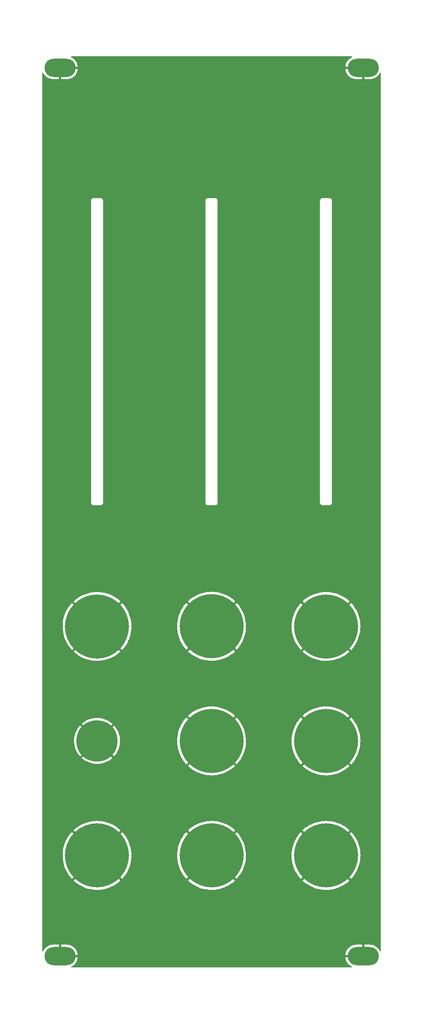
<source format=gbl>
G04 #@! TF.GenerationSoftware,KiCad,Pcbnew,6.0.2-378541a8eb~116~ubuntu20.04.1*
G04 #@! TF.CreationDate,2022-03-12T17:06:17-05:00*
G04 #@! TF.ProjectId,attenuverters_panel,61747465-6e75-4766-9572-746572735f70,rev?*
G04 #@! TF.SameCoordinates,Original*
G04 #@! TF.FileFunction,Copper,L2,Bot*
G04 #@! TF.FilePolarity,Positive*
%FSLAX46Y46*%
G04 Gerber Fmt 4.6, Leading zero omitted, Abs format (unit mm)*
G04 Created by KiCad (PCBNEW 6.0.2-378541a8eb~116~ubuntu20.04.1) date 2022-03-12 17:06:17*
%MOMM*%
%LPD*%
G01*
G04 APERTURE LIST*
G04 #@! TA.AperFunction,ComponentPad*
%ADD10O,6.800000X4.000000*%
G04 #@! TD*
G04 #@! TA.AperFunction,ComponentPad*
%ADD11C,9.000000*%
G04 #@! TD*
G04 #@! TA.AperFunction,ComponentPad*
%ADD12C,14.000000*%
G04 #@! TD*
G04 APERTURE END LIST*
D10*
G04 #@! TO.P,H12,1*
G04 #@! TO.N,GND*
X86700000Y-204600000D03*
X86700000Y-10600000D03*
G04 #@! TD*
D11*
G04 #@! TO.P,H7,1*
G04 #@! TO.N,GND*
X28600000Y-157600000D03*
G04 #@! TD*
D12*
G04 #@! TO.P,H1,1*
G04 #@! TO.N,GND*
X28600000Y-132600000D03*
G04 #@! TD*
D10*
G04 #@! TO.P,H9,1*
G04 #@! TO.N,GND*
X20500000Y-204600000D03*
X20500000Y-10600000D03*
G04 #@! TD*
D12*
G04 #@! TO.P,H2,1*
G04 #@! TO.N,GND*
X28600000Y-182600000D03*
G04 #@! TD*
G04 #@! TO.P,H3,1*
G04 #@! TO.N,GND*
X53600000Y-157600000D03*
G04 #@! TD*
G04 #@! TO.P,H4,1*
G04 #@! TO.N,GND*
X53600000Y-182600000D03*
G04 #@! TD*
G04 #@! TO.P,H5,1*
G04 #@! TO.N,GND*
X78600000Y-157600000D03*
G04 #@! TD*
G04 #@! TO.P,H6,1*
G04 #@! TO.N,GND*
X78600000Y-182600000D03*
G04 #@! TD*
G04 #@! TO.P,H13,1*
G04 #@! TO.N,GND*
X53600000Y-132568200D03*
G04 #@! TD*
G04 #@! TO.P,H14,1*
G04 #@! TO.N,GND*
X78600000Y-132600000D03*
G04 #@! TD*
G04 #@! TA.AperFunction,Conductor*
G04 #@! TO.N,GND*
G36*
X84209823Y-8128002D02*
G01*
X84256316Y-8181658D01*
X84266420Y-8251932D01*
X84236926Y-8316512D01*
X84195350Y-8348008D01*
X84092959Y-8396189D01*
X84086026Y-8400001D01*
X83826271Y-8564847D01*
X83819868Y-8569498D01*
X83582813Y-8765607D01*
X83577046Y-8771023D01*
X83366443Y-8995293D01*
X83361404Y-9001384D01*
X83180570Y-9250281D01*
X83176330Y-9256961D01*
X83028110Y-9526572D01*
X83024753Y-9533707D01*
X82911492Y-9819770D01*
X82909047Y-9827296D01*
X82832538Y-10125279D01*
X82831055Y-10133050D01*
X82806425Y-10328026D01*
X82808728Y-10342306D01*
X82821720Y-10346000D01*
X86828000Y-10346000D01*
X86896121Y-10366002D01*
X86942614Y-10419658D01*
X86954000Y-10472000D01*
X86954000Y-13089885D01*
X86958475Y-13105124D01*
X86959865Y-13106329D01*
X86967548Y-13108000D01*
X88176829Y-13108000D01*
X88180820Y-13107874D01*
X88410994Y-13093393D01*
X88418855Y-13092400D01*
X88721046Y-13034754D01*
X88728723Y-13032783D01*
X89021309Y-12937716D01*
X89028672Y-12934801D01*
X89307041Y-12803811D01*
X89313974Y-12799999D01*
X89573729Y-12635153D01*
X89580132Y-12630502D01*
X89817187Y-12434393D01*
X89822954Y-12428977D01*
X90033557Y-12204707D01*
X90038596Y-12198616D01*
X90219430Y-11949719D01*
X90223670Y-11943039D01*
X90355585Y-11703086D01*
X90405931Y-11653027D01*
X90475348Y-11638134D01*
X90541797Y-11663135D01*
X90584181Y-11720092D01*
X90592000Y-11763787D01*
X90592000Y-203436213D01*
X90571998Y-203504334D01*
X90518342Y-203550827D01*
X90448068Y-203560931D01*
X90383488Y-203531437D01*
X90355585Y-203496914D01*
X90223670Y-203256961D01*
X90219430Y-203250281D01*
X90038596Y-203001384D01*
X90033557Y-202995293D01*
X89822954Y-202771023D01*
X89817187Y-202765607D01*
X89580132Y-202569498D01*
X89573729Y-202564847D01*
X89313974Y-202400001D01*
X89307041Y-202396189D01*
X89028672Y-202265199D01*
X89021309Y-202262284D01*
X88728723Y-202167217D01*
X88721046Y-202165246D01*
X88418855Y-202107600D01*
X88410994Y-202106607D01*
X88180820Y-202092126D01*
X88176829Y-202092000D01*
X86972115Y-202092000D01*
X86956876Y-202096475D01*
X86955671Y-202097865D01*
X86954000Y-202105548D01*
X86954000Y-204728000D01*
X86933998Y-204796121D01*
X86880342Y-204842614D01*
X86828000Y-204854000D01*
X82822269Y-204854000D01*
X82808392Y-204858075D01*
X82806355Y-204871426D01*
X82831055Y-205066950D01*
X82832538Y-205074721D01*
X82909047Y-205372704D01*
X82911492Y-205380230D01*
X83024753Y-205666293D01*
X83028110Y-205673428D01*
X83176330Y-205943039D01*
X83180570Y-205949719D01*
X83361404Y-206198616D01*
X83366443Y-206204707D01*
X83577046Y-206428977D01*
X83582813Y-206434393D01*
X83819868Y-206630502D01*
X83826271Y-206635153D01*
X84086026Y-206799999D01*
X84092959Y-206803811D01*
X84195350Y-206851992D01*
X84248471Y-206899095D01*
X84267694Y-206967439D01*
X84246915Y-207035327D01*
X84192732Y-207081204D01*
X84141702Y-207092000D01*
X23058298Y-207092000D01*
X22990177Y-207071998D01*
X22943684Y-207018342D01*
X22933580Y-206948068D01*
X22963074Y-206883488D01*
X23004650Y-206851992D01*
X23107041Y-206803811D01*
X23113974Y-206799999D01*
X23373729Y-206635153D01*
X23380132Y-206630502D01*
X23617187Y-206434393D01*
X23622954Y-206428977D01*
X23833557Y-206204707D01*
X23838596Y-206198616D01*
X24019430Y-205949719D01*
X24023670Y-205943039D01*
X24171890Y-205673428D01*
X24175247Y-205666293D01*
X24288508Y-205380230D01*
X24290953Y-205372704D01*
X24367462Y-205074721D01*
X24368945Y-205066950D01*
X24393575Y-204871974D01*
X24391272Y-204857694D01*
X24378280Y-204854000D01*
X20372000Y-204854000D01*
X20303879Y-204833998D01*
X20257386Y-204780342D01*
X20246000Y-204728000D01*
X20246000Y-204327885D01*
X20754000Y-204327885D01*
X20758475Y-204343124D01*
X20759865Y-204344329D01*
X20767548Y-204346000D01*
X24377731Y-204346000D01*
X24391608Y-204341925D01*
X24393645Y-204328574D01*
X24393576Y-204328026D01*
X82806425Y-204328026D01*
X82808728Y-204342306D01*
X82821720Y-204346000D01*
X86427885Y-204346000D01*
X86443124Y-204341525D01*
X86444329Y-204340135D01*
X86446000Y-204332452D01*
X86446000Y-202110115D01*
X86441525Y-202094876D01*
X86440135Y-202093671D01*
X86432452Y-202092000D01*
X85223171Y-202092000D01*
X85219180Y-202092126D01*
X84989006Y-202106607D01*
X84981145Y-202107600D01*
X84678954Y-202165246D01*
X84671277Y-202167217D01*
X84378691Y-202262284D01*
X84371328Y-202265199D01*
X84092959Y-202396189D01*
X84086026Y-202400001D01*
X83826271Y-202564847D01*
X83819868Y-202569498D01*
X83582813Y-202765607D01*
X83577046Y-202771023D01*
X83366443Y-202995293D01*
X83361404Y-203001384D01*
X83180570Y-203250281D01*
X83176330Y-203256961D01*
X83028110Y-203526572D01*
X83024753Y-203533707D01*
X82911492Y-203819770D01*
X82909047Y-203827296D01*
X82832538Y-204125279D01*
X82831055Y-204133050D01*
X82806425Y-204328026D01*
X24393576Y-204328026D01*
X24368945Y-204133050D01*
X24367462Y-204125279D01*
X24290953Y-203827296D01*
X24288508Y-203819770D01*
X24175247Y-203533707D01*
X24171890Y-203526572D01*
X24023670Y-203256961D01*
X24019430Y-203250281D01*
X23838596Y-203001384D01*
X23833557Y-202995293D01*
X23622954Y-202771023D01*
X23617187Y-202765607D01*
X23380132Y-202569498D01*
X23373729Y-202564847D01*
X23113974Y-202400001D01*
X23107041Y-202396189D01*
X22828672Y-202265199D01*
X22821309Y-202262284D01*
X22528723Y-202167217D01*
X22521046Y-202165246D01*
X22218855Y-202107600D01*
X22210994Y-202106607D01*
X21980820Y-202092126D01*
X21976829Y-202092000D01*
X20772115Y-202092000D01*
X20756876Y-202096475D01*
X20755671Y-202097865D01*
X20754000Y-202105548D01*
X20754000Y-204327885D01*
X20246000Y-204327885D01*
X20246000Y-202110115D01*
X20241525Y-202094876D01*
X20240135Y-202093671D01*
X20232452Y-202092000D01*
X19023171Y-202092000D01*
X19019180Y-202092126D01*
X18789006Y-202106607D01*
X18781145Y-202107600D01*
X18478954Y-202165246D01*
X18471277Y-202167217D01*
X18178691Y-202262284D01*
X18171328Y-202265199D01*
X17892959Y-202396189D01*
X17886026Y-202400001D01*
X17626271Y-202564847D01*
X17619868Y-202569498D01*
X17382813Y-202765607D01*
X17377046Y-202771023D01*
X17166443Y-202995293D01*
X17161404Y-203001384D01*
X16980570Y-203250281D01*
X16976330Y-203256961D01*
X16844415Y-203496914D01*
X16794069Y-203546973D01*
X16724652Y-203561866D01*
X16658203Y-203536865D01*
X16615819Y-203479908D01*
X16608000Y-203436213D01*
X16608000Y-188087102D01*
X23478438Y-188087102D01*
X23478462Y-188087441D01*
X23484285Y-188096073D01*
X23728991Y-188319913D01*
X23732445Y-188322852D01*
X24150430Y-188653550D01*
X24154067Y-188656222D01*
X24594618Y-188956182D01*
X24598446Y-188958593D01*
X25059337Y-189226300D01*
X25063309Y-189228421D01*
X25542148Y-189462483D01*
X25546284Y-189464325D01*
X26040627Y-189663551D01*
X26044871Y-189665087D01*
X26552218Y-189828467D01*
X26556539Y-189829689D01*
X27074254Y-189956374D01*
X27078695Y-189957294D01*
X27604141Y-190046637D01*
X27608595Y-190047232D01*
X28139106Y-190098782D01*
X28143579Y-190099056D01*
X28676427Y-190112543D01*
X28680930Y-190112496D01*
X29213352Y-190087853D01*
X29217836Y-190087485D01*
X29747152Y-190024836D01*
X29751591Y-190024149D01*
X30275087Y-189923814D01*
X30279446Y-189922815D01*
X30794414Y-189785311D01*
X30798727Y-189783992D01*
X31302525Y-189610028D01*
X31306740Y-189608402D01*
X31796805Y-189398866D01*
X31800892Y-189396943D01*
X32274731Y-189152900D01*
X32278658Y-189150696D01*
X32733828Y-188873404D01*
X32737624Y-188870901D01*
X33171786Y-188561788D01*
X33175372Y-188559036D01*
X33586362Y-188219640D01*
X33589705Y-188216672D01*
X33713630Y-188098453D01*
X33720179Y-188087102D01*
X48478438Y-188087102D01*
X48478462Y-188087441D01*
X48484285Y-188096073D01*
X48728991Y-188319913D01*
X48732445Y-188322852D01*
X49150430Y-188653550D01*
X49154067Y-188656222D01*
X49594618Y-188956182D01*
X49598446Y-188958593D01*
X50059337Y-189226300D01*
X50063309Y-189228421D01*
X50542148Y-189462483D01*
X50546284Y-189464325D01*
X51040627Y-189663551D01*
X51044871Y-189665087D01*
X51552218Y-189828467D01*
X51556539Y-189829689D01*
X52074254Y-189956374D01*
X52078695Y-189957294D01*
X52604141Y-190046637D01*
X52608595Y-190047232D01*
X53139106Y-190098782D01*
X53143579Y-190099056D01*
X53676427Y-190112543D01*
X53680930Y-190112496D01*
X54213352Y-190087853D01*
X54217836Y-190087485D01*
X54747152Y-190024836D01*
X54751591Y-190024149D01*
X55275087Y-189923814D01*
X55279446Y-189922815D01*
X55794414Y-189785311D01*
X55798727Y-189783992D01*
X56302525Y-189610028D01*
X56306740Y-189608402D01*
X56796805Y-189398866D01*
X56800892Y-189396943D01*
X57274731Y-189152900D01*
X57278658Y-189150696D01*
X57733828Y-188873404D01*
X57737624Y-188870901D01*
X58171786Y-188561788D01*
X58175372Y-188559036D01*
X58586362Y-188219640D01*
X58589705Y-188216672D01*
X58713630Y-188098453D01*
X58720179Y-188087102D01*
X73478438Y-188087102D01*
X73478462Y-188087441D01*
X73484285Y-188096073D01*
X73728991Y-188319913D01*
X73732445Y-188322852D01*
X74150430Y-188653550D01*
X74154067Y-188656222D01*
X74594618Y-188956182D01*
X74598446Y-188958593D01*
X75059337Y-189226300D01*
X75063309Y-189228421D01*
X75542148Y-189462483D01*
X75546284Y-189464325D01*
X76040627Y-189663551D01*
X76044871Y-189665087D01*
X76552218Y-189828467D01*
X76556539Y-189829689D01*
X77074254Y-189956374D01*
X77078695Y-189957294D01*
X77604141Y-190046637D01*
X77608595Y-190047232D01*
X78139106Y-190098782D01*
X78143579Y-190099056D01*
X78676427Y-190112543D01*
X78680930Y-190112496D01*
X79213352Y-190087853D01*
X79217836Y-190087485D01*
X79747152Y-190024836D01*
X79751591Y-190024149D01*
X80275087Y-189923814D01*
X80279446Y-189922815D01*
X80794414Y-189785311D01*
X80798727Y-189783992D01*
X81302525Y-189610028D01*
X81306740Y-189608402D01*
X81796805Y-189398866D01*
X81800892Y-189396943D01*
X82274731Y-189152900D01*
X82278658Y-189150696D01*
X82733828Y-188873404D01*
X82737624Y-188870901D01*
X83171786Y-188561788D01*
X83175372Y-188559036D01*
X83586362Y-188219640D01*
X83589705Y-188216672D01*
X83713630Y-188098453D01*
X83721568Y-188084695D01*
X83721518Y-188083649D01*
X83716625Y-188075835D01*
X78612812Y-182972022D01*
X78598868Y-182964408D01*
X78597035Y-182964539D01*
X78590420Y-182968790D01*
X73486052Y-188073158D01*
X73478438Y-188087102D01*
X58720179Y-188087102D01*
X58721568Y-188084695D01*
X58721518Y-188083649D01*
X58716625Y-188075835D01*
X53612812Y-182972022D01*
X53598868Y-182964408D01*
X53597035Y-182964539D01*
X53590420Y-182968790D01*
X48486052Y-188073158D01*
X48478438Y-188087102D01*
X33720179Y-188087102D01*
X33721568Y-188084695D01*
X33721518Y-188083649D01*
X33716625Y-188075835D01*
X28612812Y-182972022D01*
X28598868Y-182964408D01*
X28597035Y-182964539D01*
X28590420Y-182968790D01*
X23486052Y-188073158D01*
X23478438Y-188087102D01*
X16608000Y-188087102D01*
X16608000Y-182650201D01*
X21087236Y-182650201D01*
X21087267Y-182654699D01*
X21110052Y-183187215D01*
X21110404Y-183191696D01*
X21171206Y-183721240D01*
X21171874Y-183725659D01*
X21270381Y-184249497D01*
X21271370Y-184253884D01*
X21407070Y-184769308D01*
X21408381Y-184773648D01*
X21580581Y-185278039D01*
X21582188Y-185282249D01*
X21790028Y-185773079D01*
X21791917Y-185777129D01*
X22034314Y-186251836D01*
X22036507Y-186255776D01*
X22312217Y-186711925D01*
X22314678Y-186715685D01*
X22622290Y-187150947D01*
X22625036Y-187154552D01*
X22962987Y-187566712D01*
X22965944Y-187570066D01*
X23101751Y-187713428D01*
X23115482Y-187721415D01*
X23116410Y-187721374D01*
X23124399Y-187716391D01*
X28227978Y-182612812D01*
X28234356Y-182601132D01*
X28964408Y-182601132D01*
X28964539Y-182602965D01*
X28968790Y-182609580D01*
X34073389Y-187714179D01*
X34087333Y-187721793D01*
X34087556Y-187721778D01*
X34096338Y-187715831D01*
X34336905Y-187450987D01*
X34339793Y-187447570D01*
X34669044Y-187028414D01*
X34671701Y-187024771D01*
X34970130Y-186583164D01*
X34972526Y-186579329D01*
X35238617Y-186117514D01*
X35240726Y-186113531D01*
X35473116Y-185633878D01*
X35474941Y-185629741D01*
X35672446Y-185134690D01*
X35673961Y-185130460D01*
X35835567Y-184622549D01*
X35836781Y-184618202D01*
X35961661Y-184100034D01*
X35962555Y-184095638D01*
X36050064Y-183569885D01*
X36050649Y-183565380D01*
X36100363Y-183034517D01*
X36100613Y-183030439D01*
X36111566Y-182650201D01*
X46087236Y-182650201D01*
X46087267Y-182654699D01*
X46110052Y-183187215D01*
X46110404Y-183191696D01*
X46171206Y-183721240D01*
X46171874Y-183725659D01*
X46270381Y-184249497D01*
X46271370Y-184253884D01*
X46407070Y-184769308D01*
X46408381Y-184773648D01*
X46580581Y-185278039D01*
X46582188Y-185282249D01*
X46790028Y-185773079D01*
X46791917Y-185777129D01*
X47034314Y-186251836D01*
X47036507Y-186255776D01*
X47312217Y-186711925D01*
X47314678Y-186715685D01*
X47622290Y-187150947D01*
X47625036Y-187154552D01*
X47962987Y-187566712D01*
X47965944Y-187570066D01*
X48101751Y-187713428D01*
X48115482Y-187721415D01*
X48116410Y-187721374D01*
X48124399Y-187716391D01*
X53227978Y-182612812D01*
X53234356Y-182601132D01*
X53964408Y-182601132D01*
X53964539Y-182602965D01*
X53968790Y-182609580D01*
X59073389Y-187714179D01*
X59087333Y-187721793D01*
X59087556Y-187721778D01*
X59096338Y-187715831D01*
X59336905Y-187450987D01*
X59339793Y-187447570D01*
X59669044Y-187028414D01*
X59671701Y-187024771D01*
X59970130Y-186583164D01*
X59972526Y-186579329D01*
X60238617Y-186117514D01*
X60240726Y-186113531D01*
X60473116Y-185633878D01*
X60474941Y-185629741D01*
X60672446Y-185134690D01*
X60673961Y-185130460D01*
X60835567Y-184622549D01*
X60836781Y-184618202D01*
X60961661Y-184100034D01*
X60962555Y-184095638D01*
X61050064Y-183569885D01*
X61050649Y-183565380D01*
X61100363Y-183034517D01*
X61100613Y-183030439D01*
X61111566Y-182650201D01*
X71087236Y-182650201D01*
X71087267Y-182654699D01*
X71110052Y-183187215D01*
X71110404Y-183191696D01*
X71171206Y-183721240D01*
X71171874Y-183725659D01*
X71270381Y-184249497D01*
X71271370Y-184253884D01*
X71407070Y-184769308D01*
X71408381Y-184773648D01*
X71580581Y-185278039D01*
X71582188Y-185282249D01*
X71790028Y-185773079D01*
X71791917Y-185777129D01*
X72034314Y-186251836D01*
X72036507Y-186255776D01*
X72312217Y-186711925D01*
X72314678Y-186715685D01*
X72622290Y-187150947D01*
X72625036Y-187154552D01*
X72962987Y-187566712D01*
X72965944Y-187570066D01*
X73101751Y-187713428D01*
X73115482Y-187721415D01*
X73116410Y-187721374D01*
X73124399Y-187716391D01*
X78227978Y-182612812D01*
X78234356Y-182601132D01*
X78964408Y-182601132D01*
X78964539Y-182602965D01*
X78968790Y-182609580D01*
X84073389Y-187714179D01*
X84087333Y-187721793D01*
X84087556Y-187721778D01*
X84096338Y-187715831D01*
X84336905Y-187450987D01*
X84339793Y-187447570D01*
X84669044Y-187028414D01*
X84671701Y-187024771D01*
X84970130Y-186583164D01*
X84972526Y-186579329D01*
X85238617Y-186117514D01*
X85240726Y-186113531D01*
X85473116Y-185633878D01*
X85474941Y-185629741D01*
X85672446Y-185134690D01*
X85673961Y-185130460D01*
X85835567Y-184622549D01*
X85836781Y-184618202D01*
X85961661Y-184100034D01*
X85962555Y-184095638D01*
X86050064Y-183569885D01*
X86050649Y-183565380D01*
X86100363Y-183034517D01*
X86100613Y-183030439D01*
X86112954Y-182602024D01*
X86112939Y-182597967D01*
X86093866Y-182065096D01*
X86093544Y-182060601D01*
X86036442Y-181530662D01*
X86035800Y-181526211D01*
X85940955Y-181001710D01*
X85939999Y-180997327D01*
X85807892Y-180480933D01*
X85806630Y-180476645D01*
X85637938Y-179971015D01*
X85636370Y-179966818D01*
X85431966Y-179474558D01*
X85430088Y-179470456D01*
X85191023Y-178994094D01*
X85188855Y-178990133D01*
X84916347Y-178532090D01*
X84913891Y-178528279D01*
X84609331Y-178090890D01*
X84606624Y-178087284D01*
X84271552Y-177672765D01*
X84268609Y-177669380D01*
X84098034Y-177486780D01*
X84084361Y-177478698D01*
X84083667Y-177478724D01*
X84075320Y-177483890D01*
X78972022Y-182587188D01*
X78964408Y-182601132D01*
X78234356Y-182601132D01*
X78235592Y-182598868D01*
X78235461Y-182597035D01*
X78231210Y-182590420D01*
X73127007Y-177486217D01*
X73113063Y-177478603D01*
X73112606Y-177478635D01*
X73104130Y-177484332D01*
X72897104Y-177709077D01*
X72894190Y-177712477D01*
X72562015Y-178129331D01*
X72559344Y-178132941D01*
X72257831Y-178572465D01*
X72255409Y-178576283D01*
X71986107Y-179036216D01*
X71983964Y-179040196D01*
X71748233Y-179518211D01*
X71746376Y-179522343D01*
X71545427Y-180015984D01*
X71543874Y-180020230D01*
X71378729Y-180526984D01*
X71377484Y-180531326D01*
X71248991Y-181048608D01*
X71248067Y-181052991D01*
X71156885Y-181578152D01*
X71156274Y-181582609D01*
X71102873Y-182112930D01*
X71102583Y-182117413D01*
X71087236Y-182650201D01*
X61111566Y-182650201D01*
X61112954Y-182602024D01*
X61112939Y-182597967D01*
X61093866Y-182065096D01*
X61093544Y-182060601D01*
X61036442Y-181530662D01*
X61035800Y-181526211D01*
X60940955Y-181001710D01*
X60939999Y-180997327D01*
X60807892Y-180480933D01*
X60806630Y-180476645D01*
X60637938Y-179971015D01*
X60636370Y-179966818D01*
X60431966Y-179474558D01*
X60430088Y-179470456D01*
X60191023Y-178994094D01*
X60188855Y-178990133D01*
X59916347Y-178532090D01*
X59913891Y-178528279D01*
X59609331Y-178090890D01*
X59606624Y-178087284D01*
X59271552Y-177672765D01*
X59268609Y-177669380D01*
X59098034Y-177486780D01*
X59084361Y-177478698D01*
X59083667Y-177478724D01*
X59075320Y-177483890D01*
X53972022Y-182587188D01*
X53964408Y-182601132D01*
X53234356Y-182601132D01*
X53235592Y-182598868D01*
X53235461Y-182597035D01*
X53231210Y-182590420D01*
X48127007Y-177486217D01*
X48113063Y-177478603D01*
X48112606Y-177478635D01*
X48104130Y-177484332D01*
X47897104Y-177709077D01*
X47894190Y-177712477D01*
X47562015Y-178129331D01*
X47559344Y-178132941D01*
X47257831Y-178572465D01*
X47255409Y-178576283D01*
X46986107Y-179036216D01*
X46983964Y-179040196D01*
X46748233Y-179518211D01*
X46746376Y-179522343D01*
X46545427Y-180015984D01*
X46543874Y-180020230D01*
X46378729Y-180526984D01*
X46377484Y-180531326D01*
X46248991Y-181048608D01*
X46248067Y-181052991D01*
X46156885Y-181578152D01*
X46156274Y-181582609D01*
X46102873Y-182112930D01*
X46102583Y-182117413D01*
X46087236Y-182650201D01*
X36111566Y-182650201D01*
X36112954Y-182602024D01*
X36112939Y-182597967D01*
X36093866Y-182065096D01*
X36093544Y-182060601D01*
X36036442Y-181530662D01*
X36035800Y-181526211D01*
X35940955Y-181001710D01*
X35939999Y-180997327D01*
X35807892Y-180480933D01*
X35806630Y-180476645D01*
X35637938Y-179971015D01*
X35636370Y-179966818D01*
X35431966Y-179474558D01*
X35430088Y-179470456D01*
X35191023Y-178994094D01*
X35188855Y-178990133D01*
X34916347Y-178532090D01*
X34913891Y-178528279D01*
X34609331Y-178090890D01*
X34606624Y-178087284D01*
X34271552Y-177672765D01*
X34268609Y-177669380D01*
X34098034Y-177486780D01*
X34084361Y-177478698D01*
X34083667Y-177478724D01*
X34075320Y-177483890D01*
X28972022Y-182587188D01*
X28964408Y-182601132D01*
X28234356Y-182601132D01*
X28235592Y-182598868D01*
X28235461Y-182597035D01*
X28231210Y-182590420D01*
X23127007Y-177486217D01*
X23113063Y-177478603D01*
X23112606Y-177478635D01*
X23104130Y-177484332D01*
X22897104Y-177709077D01*
X22894190Y-177712477D01*
X22562015Y-178129331D01*
X22559344Y-178132941D01*
X22257831Y-178572465D01*
X22255409Y-178576283D01*
X21986107Y-179036216D01*
X21983964Y-179040196D01*
X21748233Y-179518211D01*
X21746376Y-179522343D01*
X21545427Y-180015984D01*
X21543874Y-180020230D01*
X21378729Y-180526984D01*
X21377484Y-180531326D01*
X21248991Y-181048608D01*
X21248067Y-181052991D01*
X21156885Y-181578152D01*
X21156274Y-181582609D01*
X21102873Y-182112930D01*
X21102583Y-182117413D01*
X21087236Y-182650201D01*
X16608000Y-182650201D01*
X16608000Y-177115591D01*
X23478674Y-177115591D01*
X23478707Y-177116404D01*
X23483783Y-177124573D01*
X28587188Y-182227978D01*
X28601132Y-182235592D01*
X28602965Y-182235461D01*
X28609580Y-182231210D01*
X33713682Y-177127108D01*
X33719971Y-177115591D01*
X48478674Y-177115591D01*
X48478707Y-177116404D01*
X48483783Y-177124573D01*
X53587188Y-182227978D01*
X53601132Y-182235592D01*
X53602965Y-182235461D01*
X53609580Y-182231210D01*
X58713682Y-177127108D01*
X58719971Y-177115591D01*
X73478674Y-177115591D01*
X73478707Y-177116404D01*
X73483783Y-177124573D01*
X78587188Y-182227978D01*
X78601132Y-182235592D01*
X78602965Y-182235461D01*
X78609580Y-182231210D01*
X83713682Y-177127108D01*
X83721296Y-177113164D01*
X83721255Y-177112590D01*
X83715684Y-177104268D01*
X83510818Y-176914228D01*
X83507387Y-176911267D01*
X83091729Y-176577666D01*
X83088115Y-176574972D01*
X82649654Y-176271933D01*
X82645835Y-176269490D01*
X82186846Y-175998585D01*
X82182877Y-175996430D01*
X81705679Y-175759028D01*
X81701575Y-175757166D01*
X81208610Y-175554483D01*
X81204395Y-175552924D01*
X80698199Y-175386006D01*
X80693883Y-175384752D01*
X80177042Y-175254451D01*
X80172665Y-175253513D01*
X79647822Y-175160496D01*
X79643365Y-175159870D01*
X79113241Y-175104620D01*
X79108747Y-175104313D01*
X78576027Y-175087107D01*
X78571530Y-175087122D01*
X78038927Y-175108048D01*
X78034451Y-175108384D01*
X77504713Y-175167336D01*
X77500261Y-175167994D01*
X76976106Y-175264667D01*
X76971701Y-175265643D01*
X76455801Y-175399545D01*
X76451490Y-175400830D01*
X75946471Y-175571278D01*
X75942259Y-175572870D01*
X75450723Y-175778988D01*
X75446647Y-175780871D01*
X74971109Y-176021605D01*
X74967158Y-176023786D01*
X74510063Y-176297893D01*
X74506267Y-176300358D01*
X74069930Y-176606452D01*
X74066347Y-176609162D01*
X73653007Y-176945674D01*
X73649617Y-176948642D01*
X73486708Y-177101891D01*
X73478674Y-177115591D01*
X58719971Y-177115591D01*
X58721296Y-177113164D01*
X58721255Y-177112590D01*
X58715684Y-177104268D01*
X58510818Y-176914228D01*
X58507387Y-176911267D01*
X58091729Y-176577666D01*
X58088115Y-176574972D01*
X57649654Y-176271933D01*
X57645835Y-176269490D01*
X57186846Y-175998585D01*
X57182877Y-175996430D01*
X56705679Y-175759028D01*
X56701575Y-175757166D01*
X56208610Y-175554483D01*
X56204395Y-175552924D01*
X55698199Y-175386006D01*
X55693883Y-175384752D01*
X55177042Y-175254451D01*
X55172665Y-175253513D01*
X54647822Y-175160496D01*
X54643365Y-175159870D01*
X54113241Y-175104620D01*
X54108747Y-175104313D01*
X53576027Y-175087107D01*
X53571530Y-175087122D01*
X53038927Y-175108048D01*
X53034451Y-175108384D01*
X52504713Y-175167336D01*
X52500261Y-175167994D01*
X51976106Y-175264667D01*
X51971701Y-175265643D01*
X51455801Y-175399545D01*
X51451490Y-175400830D01*
X50946471Y-175571278D01*
X50942259Y-175572870D01*
X50450723Y-175778988D01*
X50446647Y-175780871D01*
X49971109Y-176021605D01*
X49967158Y-176023786D01*
X49510063Y-176297893D01*
X49506267Y-176300358D01*
X49069930Y-176606452D01*
X49066347Y-176609162D01*
X48653007Y-176945674D01*
X48649617Y-176948642D01*
X48486708Y-177101891D01*
X48478674Y-177115591D01*
X33719971Y-177115591D01*
X33721296Y-177113164D01*
X33721255Y-177112590D01*
X33715684Y-177104268D01*
X33510818Y-176914228D01*
X33507387Y-176911267D01*
X33091729Y-176577666D01*
X33088115Y-176574972D01*
X32649654Y-176271933D01*
X32645835Y-176269490D01*
X32186846Y-175998585D01*
X32182877Y-175996430D01*
X31705679Y-175759028D01*
X31701575Y-175757166D01*
X31208610Y-175554483D01*
X31204395Y-175552924D01*
X30698199Y-175386006D01*
X30693883Y-175384752D01*
X30177042Y-175254451D01*
X30172665Y-175253513D01*
X29647822Y-175160496D01*
X29643365Y-175159870D01*
X29113241Y-175104620D01*
X29108747Y-175104313D01*
X28576027Y-175087107D01*
X28571530Y-175087122D01*
X28038927Y-175108048D01*
X28034451Y-175108384D01*
X27504713Y-175167336D01*
X27500261Y-175167994D01*
X26976106Y-175264667D01*
X26971701Y-175265643D01*
X26455801Y-175399545D01*
X26451490Y-175400830D01*
X25946471Y-175571278D01*
X25942259Y-175572870D01*
X25450723Y-175778988D01*
X25446647Y-175780871D01*
X24971109Y-176021605D01*
X24967158Y-176023786D01*
X24510063Y-176297893D01*
X24506267Y-176300358D01*
X24069930Y-176606452D01*
X24066347Y-176609162D01*
X23653007Y-176945674D01*
X23649617Y-176948642D01*
X23486708Y-177101891D01*
X23478674Y-177115591D01*
X16608000Y-177115591D01*
X16608000Y-163087102D01*
X48478438Y-163087102D01*
X48478462Y-163087441D01*
X48484285Y-163096073D01*
X48728991Y-163319913D01*
X48732445Y-163322852D01*
X49150430Y-163653550D01*
X49154067Y-163656222D01*
X49594618Y-163956182D01*
X49598446Y-163958593D01*
X50059337Y-164226300D01*
X50063309Y-164228421D01*
X50542148Y-164462483D01*
X50546284Y-164464325D01*
X51040627Y-164663551D01*
X51044871Y-164665087D01*
X51552218Y-164828467D01*
X51556539Y-164829689D01*
X52074254Y-164956374D01*
X52078695Y-164957294D01*
X52604141Y-165046637D01*
X52608595Y-165047232D01*
X53139106Y-165098782D01*
X53143579Y-165099056D01*
X53676427Y-165112543D01*
X53680930Y-165112496D01*
X54213352Y-165087853D01*
X54217836Y-165087485D01*
X54747152Y-165024836D01*
X54751591Y-165024149D01*
X55275087Y-164923814D01*
X55279446Y-164922815D01*
X55794414Y-164785311D01*
X55798727Y-164783992D01*
X56302525Y-164610028D01*
X56306740Y-164608402D01*
X56796805Y-164398866D01*
X56800892Y-164396943D01*
X57274731Y-164152900D01*
X57278658Y-164150696D01*
X57733828Y-163873404D01*
X57737624Y-163870901D01*
X58171786Y-163561788D01*
X58175372Y-163559036D01*
X58586362Y-163219640D01*
X58589705Y-163216672D01*
X58713630Y-163098453D01*
X58720179Y-163087102D01*
X73478438Y-163087102D01*
X73478462Y-163087441D01*
X73484285Y-163096073D01*
X73728991Y-163319913D01*
X73732445Y-163322852D01*
X74150430Y-163653550D01*
X74154067Y-163656222D01*
X74594618Y-163956182D01*
X74598446Y-163958593D01*
X75059337Y-164226300D01*
X75063309Y-164228421D01*
X75542148Y-164462483D01*
X75546284Y-164464325D01*
X76040627Y-164663551D01*
X76044871Y-164665087D01*
X76552218Y-164828467D01*
X76556539Y-164829689D01*
X77074254Y-164956374D01*
X77078695Y-164957294D01*
X77604141Y-165046637D01*
X77608595Y-165047232D01*
X78139106Y-165098782D01*
X78143579Y-165099056D01*
X78676427Y-165112543D01*
X78680930Y-165112496D01*
X79213352Y-165087853D01*
X79217836Y-165087485D01*
X79747152Y-165024836D01*
X79751591Y-165024149D01*
X80275087Y-164923814D01*
X80279446Y-164922815D01*
X80794414Y-164785311D01*
X80798727Y-164783992D01*
X81302525Y-164610028D01*
X81306740Y-164608402D01*
X81796805Y-164398866D01*
X81800892Y-164396943D01*
X82274731Y-164152900D01*
X82278658Y-164150696D01*
X82733828Y-163873404D01*
X82737624Y-163870901D01*
X83171786Y-163561788D01*
X83175372Y-163559036D01*
X83586362Y-163219640D01*
X83589705Y-163216672D01*
X83713630Y-163098453D01*
X83721568Y-163084695D01*
X83721518Y-163083649D01*
X83716625Y-163075835D01*
X78612812Y-157972022D01*
X78598868Y-157964408D01*
X78597035Y-157964539D01*
X78590420Y-157968790D01*
X73486052Y-163073158D01*
X73478438Y-163087102D01*
X58720179Y-163087102D01*
X58721568Y-163084695D01*
X58721518Y-163083649D01*
X58716625Y-163075835D01*
X53612812Y-157972022D01*
X53598868Y-157964408D01*
X53597035Y-157964539D01*
X53590420Y-157968790D01*
X48486052Y-163073158D01*
X48478438Y-163087102D01*
X16608000Y-163087102D01*
X16608000Y-161317924D01*
X25247616Y-161317924D01*
X25247665Y-161318616D01*
X25253111Y-161326781D01*
X25342226Y-161410027D01*
X25346503Y-161413681D01*
X25693829Y-161684553D01*
X25698386Y-161687792D01*
X26068432Y-161926727D01*
X26073261Y-161929549D01*
X26463048Y-162134626D01*
X26468150Y-162137027D01*
X26874633Y-162306647D01*
X26879888Y-162308570D01*
X27299860Y-162441389D01*
X27305259Y-162442836D01*
X27735375Y-162537796D01*
X27740886Y-162538758D01*
X28177749Y-162595110D01*
X28183312Y-162595577D01*
X28623453Y-162612869D01*
X28629045Y-162612840D01*
X29068965Y-162590940D01*
X29074548Y-162590412D01*
X29510788Y-162529490D01*
X29516275Y-162528473D01*
X29945381Y-162429012D01*
X29950767Y-162427508D01*
X30369333Y-162290296D01*
X30374550Y-162288324D01*
X30779260Y-162114447D01*
X30784303Y-162112009D01*
X31171943Y-161902850D01*
X31176747Y-161899975D01*
X31544239Y-161657198D01*
X31548802Y-161653883D01*
X31893266Y-161379393D01*
X31897481Y-161375716D01*
X31945286Y-161330112D01*
X31953226Y-161316352D01*
X31953176Y-161315307D01*
X31948285Y-161307495D01*
X28612812Y-157972022D01*
X28598868Y-157964408D01*
X28597035Y-157964539D01*
X28590420Y-157968790D01*
X25255230Y-161303980D01*
X25247616Y-161317924D01*
X16608000Y-161317924D01*
X16608000Y-157471585D01*
X23588722Y-157471585D01*
X23596793Y-157911981D01*
X23597143Y-157917547D01*
X23644333Y-158355491D01*
X23645180Y-158361030D01*
X23731112Y-158793042D01*
X23732441Y-158798453D01*
X23856444Y-159221138D01*
X23858250Y-159226413D01*
X24019326Y-159636377D01*
X24021608Y-159641501D01*
X24218485Y-160035516D01*
X24221209Y-160040409D01*
X24452333Y-160415363D01*
X24455484Y-160419999D01*
X24719031Y-160772931D01*
X24722564Y-160777248D01*
X24871583Y-160943625D01*
X24885079Y-160951989D01*
X24894491Y-160946299D01*
X28227978Y-157612812D01*
X28234356Y-157601132D01*
X28964408Y-157601132D01*
X28964539Y-157602965D01*
X28968790Y-157609580D01*
X32303870Y-160944660D01*
X32317631Y-160952174D01*
X32326992Y-160945716D01*
X32510483Y-160736482D01*
X32513988Y-160732109D01*
X32773825Y-160376435D01*
X32776920Y-160371777D01*
X33004101Y-159994431D01*
X33006782Y-159989492D01*
X33199515Y-159593455D01*
X33201750Y-159588289D01*
X33358519Y-159176675D01*
X33360275Y-159171363D01*
X33479838Y-158747427D01*
X33481114Y-158741991D01*
X33562520Y-158309092D01*
X33563307Y-158303555D01*
X33605963Y-157864580D01*
X33606236Y-157860143D01*
X33611734Y-157650201D01*
X46087236Y-157650201D01*
X46087267Y-157654699D01*
X46110052Y-158187215D01*
X46110404Y-158191696D01*
X46171206Y-158721240D01*
X46171874Y-158725659D01*
X46270381Y-159249497D01*
X46271370Y-159253884D01*
X46407070Y-159769308D01*
X46408381Y-159773648D01*
X46580581Y-160278039D01*
X46582188Y-160282249D01*
X46790028Y-160773079D01*
X46791917Y-160777129D01*
X47034314Y-161251836D01*
X47036507Y-161255776D01*
X47312217Y-161711925D01*
X47314678Y-161715685D01*
X47622290Y-162150947D01*
X47625036Y-162154552D01*
X47962987Y-162566712D01*
X47965944Y-162570066D01*
X48101751Y-162713428D01*
X48115482Y-162721415D01*
X48116410Y-162721374D01*
X48124399Y-162716391D01*
X53227978Y-157612812D01*
X53234356Y-157601132D01*
X53964408Y-157601132D01*
X53964539Y-157602965D01*
X53968790Y-157609580D01*
X59073389Y-162714179D01*
X59087333Y-162721793D01*
X59087556Y-162721778D01*
X59096338Y-162715831D01*
X59336905Y-162450987D01*
X59339793Y-162447570D01*
X59669044Y-162028414D01*
X59671701Y-162024771D01*
X59970130Y-161583164D01*
X59972526Y-161579329D01*
X60238617Y-161117514D01*
X60240726Y-161113531D01*
X60473116Y-160633878D01*
X60474941Y-160629741D01*
X60672446Y-160134690D01*
X60673961Y-160130460D01*
X60835567Y-159622549D01*
X60836781Y-159618202D01*
X60961661Y-159100034D01*
X60962555Y-159095638D01*
X61050064Y-158569885D01*
X61050649Y-158565380D01*
X61100363Y-158034517D01*
X61100613Y-158030439D01*
X61111566Y-157650201D01*
X71087236Y-157650201D01*
X71087267Y-157654699D01*
X71110052Y-158187215D01*
X71110404Y-158191696D01*
X71171206Y-158721240D01*
X71171874Y-158725659D01*
X71270381Y-159249497D01*
X71271370Y-159253884D01*
X71407070Y-159769308D01*
X71408381Y-159773648D01*
X71580581Y-160278039D01*
X71582188Y-160282249D01*
X71790028Y-160773079D01*
X71791917Y-160777129D01*
X72034314Y-161251836D01*
X72036507Y-161255776D01*
X72312217Y-161711925D01*
X72314678Y-161715685D01*
X72622290Y-162150947D01*
X72625036Y-162154552D01*
X72962987Y-162566712D01*
X72965944Y-162570066D01*
X73101751Y-162713428D01*
X73115482Y-162721415D01*
X73116410Y-162721374D01*
X73124399Y-162716391D01*
X78227978Y-157612812D01*
X78234356Y-157601132D01*
X78964408Y-157601132D01*
X78964539Y-157602965D01*
X78968790Y-157609580D01*
X84073389Y-162714179D01*
X84087333Y-162721793D01*
X84087556Y-162721778D01*
X84096338Y-162715831D01*
X84336905Y-162450987D01*
X84339793Y-162447570D01*
X84669044Y-162028414D01*
X84671701Y-162024771D01*
X84970130Y-161583164D01*
X84972526Y-161579329D01*
X85238617Y-161117514D01*
X85240726Y-161113531D01*
X85473116Y-160633878D01*
X85474941Y-160629741D01*
X85672446Y-160134690D01*
X85673961Y-160130460D01*
X85835567Y-159622549D01*
X85836781Y-159618202D01*
X85961661Y-159100034D01*
X85962555Y-159095638D01*
X86050064Y-158569885D01*
X86050649Y-158565380D01*
X86100363Y-158034517D01*
X86100613Y-158030439D01*
X86112954Y-157602024D01*
X86112939Y-157597967D01*
X86093866Y-157065096D01*
X86093544Y-157060601D01*
X86036442Y-156530662D01*
X86035800Y-156526211D01*
X85940955Y-156001710D01*
X85939999Y-155997327D01*
X85807892Y-155480933D01*
X85806630Y-155476645D01*
X85637938Y-154971015D01*
X85636370Y-154966818D01*
X85431966Y-154474558D01*
X85430088Y-154470456D01*
X85191023Y-153994094D01*
X85188855Y-153990133D01*
X84916347Y-153532090D01*
X84913891Y-153528279D01*
X84609331Y-153090890D01*
X84606624Y-153087284D01*
X84271552Y-152672765D01*
X84268609Y-152669380D01*
X84098034Y-152486780D01*
X84084361Y-152478698D01*
X84083667Y-152478724D01*
X84075320Y-152483890D01*
X78972022Y-157587188D01*
X78964408Y-157601132D01*
X78234356Y-157601132D01*
X78235592Y-157598868D01*
X78235461Y-157597035D01*
X78231210Y-157590420D01*
X73127007Y-152486217D01*
X73113063Y-152478603D01*
X73112606Y-152478635D01*
X73104130Y-152484332D01*
X72897104Y-152709077D01*
X72894190Y-152712477D01*
X72562015Y-153129331D01*
X72559344Y-153132941D01*
X72257831Y-153572465D01*
X72255409Y-153576283D01*
X71986107Y-154036216D01*
X71983964Y-154040196D01*
X71748233Y-154518211D01*
X71746376Y-154522343D01*
X71545427Y-155015984D01*
X71543874Y-155020230D01*
X71378729Y-155526984D01*
X71377484Y-155531326D01*
X71248991Y-156048608D01*
X71248067Y-156052991D01*
X71156885Y-156578152D01*
X71156274Y-156582609D01*
X71102873Y-157112930D01*
X71102583Y-157117413D01*
X71087236Y-157650201D01*
X61111566Y-157650201D01*
X61112954Y-157602024D01*
X61112939Y-157597967D01*
X61093866Y-157065096D01*
X61093544Y-157060601D01*
X61036442Y-156530662D01*
X61035800Y-156526211D01*
X60940955Y-156001710D01*
X60939999Y-155997327D01*
X60807892Y-155480933D01*
X60806630Y-155476645D01*
X60637938Y-154971015D01*
X60636370Y-154966818D01*
X60431966Y-154474558D01*
X60430088Y-154470456D01*
X60191023Y-153994094D01*
X60188855Y-153990133D01*
X59916347Y-153532090D01*
X59913891Y-153528279D01*
X59609331Y-153090890D01*
X59606624Y-153087284D01*
X59271552Y-152672765D01*
X59268609Y-152669380D01*
X59098034Y-152486780D01*
X59084361Y-152478698D01*
X59083667Y-152478724D01*
X59075320Y-152483890D01*
X53972022Y-157587188D01*
X53964408Y-157601132D01*
X53234356Y-157601132D01*
X53235592Y-157598868D01*
X53235461Y-157597035D01*
X53231210Y-157590420D01*
X48127007Y-152486217D01*
X48113063Y-152478603D01*
X48112606Y-152478635D01*
X48104130Y-152484332D01*
X47897104Y-152709077D01*
X47894190Y-152712477D01*
X47562015Y-153129331D01*
X47559344Y-153132941D01*
X47257831Y-153572465D01*
X47255409Y-153576283D01*
X46986107Y-154036216D01*
X46983964Y-154040196D01*
X46748233Y-154518211D01*
X46746376Y-154522343D01*
X46545427Y-155015984D01*
X46543874Y-155020230D01*
X46378729Y-155526984D01*
X46377484Y-155531326D01*
X46248991Y-156048608D01*
X46248067Y-156052991D01*
X46156885Y-156578152D01*
X46156274Y-156582609D01*
X46102873Y-157112930D01*
X46102583Y-157117413D01*
X46087236Y-157650201D01*
X33611734Y-157650201D01*
X33612990Y-157602234D01*
X33612948Y-157597762D01*
X33593327Y-157157177D01*
X33592829Y-157151590D01*
X33534193Y-156715047D01*
X33533200Y-156709524D01*
X33435990Y-156279920D01*
X33434517Y-156274533D01*
X33299499Y-155855261D01*
X33297544Y-155850003D01*
X33125801Y-155444419D01*
X33123382Y-155439348D01*
X32916253Y-155050614D01*
X32913418Y-155045819D01*
X32672538Y-154677013D01*
X32669287Y-154672489D01*
X32396582Y-154326564D01*
X32392934Y-154322338D01*
X32329587Y-154255233D01*
X32315871Y-154247222D01*
X32315000Y-154247259D01*
X32306923Y-154252287D01*
X28972022Y-157587188D01*
X28964408Y-157601132D01*
X28234356Y-157601132D01*
X28235592Y-157598868D01*
X28235461Y-157597035D01*
X28231210Y-157590420D01*
X24893542Y-154252752D01*
X24880234Y-154245485D01*
X24870195Y-154252607D01*
X24608756Y-154566953D01*
X24605361Y-154571425D01*
X24354932Y-154933765D01*
X24351953Y-154938515D01*
X24134719Y-155321695D01*
X24132188Y-155326662D01*
X23949866Y-155727656D01*
X23947788Y-155732824D01*
X23801840Y-156148426D01*
X23800219Y-156153795D01*
X23691798Y-156580705D01*
X23690664Y-156586178D01*
X23620621Y-157021044D01*
X23619976Y-157026622D01*
X23588869Y-157465964D01*
X23588722Y-157471585D01*
X16608000Y-157471585D01*
X16608000Y-153882502D01*
X25246077Y-153882502D01*
X25252184Y-153892974D01*
X28587188Y-157227978D01*
X28601132Y-157235592D01*
X28602965Y-157235461D01*
X28609580Y-157231210D01*
X31944435Y-153896355D01*
X31951998Y-153882505D01*
X31945671Y-153873283D01*
X31756913Y-153705992D01*
X31752551Y-153702459D01*
X31398262Y-153440778D01*
X31393609Y-153437651D01*
X31017453Y-153208495D01*
X31012536Y-153205791D01*
X30617488Y-153010974D01*
X30612379Y-153008732D01*
X30201563Y-152849799D01*
X30196273Y-152848019D01*
X29772954Y-152726234D01*
X29767530Y-152724932D01*
X29335068Y-152641261D01*
X29329539Y-152640445D01*
X28891353Y-152595550D01*
X28885771Y-152595228D01*
X28445346Y-152589463D01*
X28439735Y-152589639D01*
X28000541Y-152623048D01*
X27994984Y-152623720D01*
X27560504Y-152696037D01*
X27555007Y-152697205D01*
X27128680Y-152807858D01*
X27123314Y-152809510D01*
X26708509Y-152957622D01*
X26703321Y-152959739D01*
X26303311Y-153144147D01*
X26298342Y-153146711D01*
X25916308Y-153365948D01*
X25911575Y-153368951D01*
X25550545Y-153621278D01*
X25546104Y-153624686D01*
X25254521Y-153869785D01*
X25246077Y-153882502D01*
X16608000Y-153882502D01*
X16608000Y-152115591D01*
X48478674Y-152115591D01*
X48478707Y-152116404D01*
X48483783Y-152124573D01*
X53587188Y-157227978D01*
X53601132Y-157235592D01*
X53602965Y-157235461D01*
X53609580Y-157231210D01*
X58713682Y-152127108D01*
X58719971Y-152115591D01*
X73478674Y-152115591D01*
X73478707Y-152116404D01*
X73483783Y-152124573D01*
X78587188Y-157227978D01*
X78601132Y-157235592D01*
X78602965Y-157235461D01*
X78609580Y-157231210D01*
X83713682Y-152127108D01*
X83721296Y-152113164D01*
X83721255Y-152112590D01*
X83715684Y-152104268D01*
X83510818Y-151914228D01*
X83507387Y-151911267D01*
X83091729Y-151577666D01*
X83088115Y-151574972D01*
X82649654Y-151271933D01*
X82645835Y-151269490D01*
X82186846Y-150998585D01*
X82182877Y-150996430D01*
X81705679Y-150759028D01*
X81701575Y-150757166D01*
X81208610Y-150554483D01*
X81204395Y-150552924D01*
X80698199Y-150386006D01*
X80693883Y-150384752D01*
X80177042Y-150254451D01*
X80172665Y-150253513D01*
X79647822Y-150160496D01*
X79643365Y-150159870D01*
X79113241Y-150104620D01*
X79108747Y-150104313D01*
X78576027Y-150087107D01*
X78571530Y-150087122D01*
X78038927Y-150108048D01*
X78034451Y-150108384D01*
X77504713Y-150167336D01*
X77500261Y-150167994D01*
X76976106Y-150264667D01*
X76971701Y-150265643D01*
X76455801Y-150399545D01*
X76451490Y-150400830D01*
X75946471Y-150571278D01*
X75942259Y-150572870D01*
X75450723Y-150778988D01*
X75446647Y-150780871D01*
X74971109Y-151021605D01*
X74967158Y-151023786D01*
X74510063Y-151297893D01*
X74506267Y-151300358D01*
X74069930Y-151606452D01*
X74066347Y-151609162D01*
X73653007Y-151945674D01*
X73649617Y-151948642D01*
X73486708Y-152101891D01*
X73478674Y-152115591D01*
X58719971Y-152115591D01*
X58721296Y-152113164D01*
X58721255Y-152112590D01*
X58715684Y-152104268D01*
X58510818Y-151914228D01*
X58507387Y-151911267D01*
X58091729Y-151577666D01*
X58088115Y-151574972D01*
X57649654Y-151271933D01*
X57645835Y-151269490D01*
X57186846Y-150998585D01*
X57182877Y-150996430D01*
X56705679Y-150759028D01*
X56701575Y-150757166D01*
X56208610Y-150554483D01*
X56204395Y-150552924D01*
X55698199Y-150386006D01*
X55693883Y-150384752D01*
X55177042Y-150254451D01*
X55172665Y-150253513D01*
X54647822Y-150160496D01*
X54643365Y-150159870D01*
X54113241Y-150104620D01*
X54108747Y-150104313D01*
X53576027Y-150087107D01*
X53571530Y-150087122D01*
X53038927Y-150108048D01*
X53034451Y-150108384D01*
X52504713Y-150167336D01*
X52500261Y-150167994D01*
X51976106Y-150264667D01*
X51971701Y-150265643D01*
X51455801Y-150399545D01*
X51451490Y-150400830D01*
X50946471Y-150571278D01*
X50942259Y-150572870D01*
X50450723Y-150778988D01*
X50446647Y-150780871D01*
X49971109Y-151021605D01*
X49967158Y-151023786D01*
X49510063Y-151297893D01*
X49506267Y-151300358D01*
X49069930Y-151606452D01*
X49066347Y-151609162D01*
X48653007Y-151945674D01*
X48649617Y-151948642D01*
X48486708Y-152101891D01*
X48478674Y-152115591D01*
X16608000Y-152115591D01*
X16608000Y-138087102D01*
X23478438Y-138087102D01*
X23478462Y-138087441D01*
X23484285Y-138096073D01*
X23728991Y-138319913D01*
X23732445Y-138322852D01*
X24150430Y-138653550D01*
X24154067Y-138656222D01*
X24594618Y-138956182D01*
X24598446Y-138958593D01*
X25059337Y-139226300D01*
X25063309Y-139228421D01*
X25542148Y-139462483D01*
X25546284Y-139464325D01*
X26040627Y-139663551D01*
X26044871Y-139665087D01*
X26552218Y-139828467D01*
X26556539Y-139829689D01*
X27074254Y-139956374D01*
X27078695Y-139957294D01*
X27604141Y-140046637D01*
X27608595Y-140047232D01*
X28139106Y-140098782D01*
X28143579Y-140099056D01*
X28676427Y-140112543D01*
X28680930Y-140112496D01*
X29213352Y-140087853D01*
X29217836Y-140087485D01*
X29747152Y-140024836D01*
X29751591Y-140024149D01*
X30275087Y-139923814D01*
X30279446Y-139922815D01*
X30794414Y-139785311D01*
X30798727Y-139783992D01*
X31302525Y-139610028D01*
X31306740Y-139608402D01*
X31796805Y-139398866D01*
X31800892Y-139396943D01*
X32274731Y-139152900D01*
X32278658Y-139150696D01*
X32733828Y-138873404D01*
X32737624Y-138870901D01*
X33171786Y-138561788D01*
X33175372Y-138559036D01*
X33586362Y-138219640D01*
X33589705Y-138216672D01*
X33713630Y-138098453D01*
X33721568Y-138084695D01*
X33721518Y-138083649D01*
X33716625Y-138075835D01*
X33696092Y-138055302D01*
X48478438Y-138055302D01*
X48478462Y-138055641D01*
X48484285Y-138064273D01*
X48728991Y-138288113D01*
X48732445Y-138291052D01*
X49150430Y-138621750D01*
X49154067Y-138624422D01*
X49594618Y-138924382D01*
X49598446Y-138926793D01*
X50059337Y-139194500D01*
X50063309Y-139196621D01*
X50542148Y-139430683D01*
X50546284Y-139432525D01*
X51040627Y-139631751D01*
X51044871Y-139633287D01*
X51552218Y-139796667D01*
X51556539Y-139797889D01*
X52074254Y-139924574D01*
X52078695Y-139925494D01*
X52604141Y-140014837D01*
X52608595Y-140015432D01*
X53139106Y-140066982D01*
X53143579Y-140067256D01*
X53676427Y-140080743D01*
X53680930Y-140080696D01*
X54213352Y-140056053D01*
X54217836Y-140055685D01*
X54747152Y-139993036D01*
X54751591Y-139992349D01*
X55275087Y-139892014D01*
X55279446Y-139891015D01*
X55794414Y-139753511D01*
X55798727Y-139752192D01*
X56302525Y-139578228D01*
X56306740Y-139576602D01*
X56796805Y-139367066D01*
X56800892Y-139365143D01*
X57274731Y-139121100D01*
X57278658Y-139118896D01*
X57733828Y-138841604D01*
X57737624Y-138839101D01*
X58171786Y-138529988D01*
X58175372Y-138527236D01*
X58586362Y-138187840D01*
X58589705Y-138184872D01*
X58692194Y-138087102D01*
X73478438Y-138087102D01*
X73478462Y-138087441D01*
X73484285Y-138096073D01*
X73728991Y-138319913D01*
X73732445Y-138322852D01*
X74150430Y-138653550D01*
X74154067Y-138656222D01*
X74594618Y-138956182D01*
X74598446Y-138958593D01*
X75059337Y-139226300D01*
X75063309Y-139228421D01*
X75542148Y-139462483D01*
X75546284Y-139464325D01*
X76040627Y-139663551D01*
X76044871Y-139665087D01*
X76552218Y-139828467D01*
X76556539Y-139829689D01*
X77074254Y-139956374D01*
X77078695Y-139957294D01*
X77604141Y-140046637D01*
X77608595Y-140047232D01*
X78139106Y-140098782D01*
X78143579Y-140099056D01*
X78676427Y-140112543D01*
X78680930Y-140112496D01*
X79213352Y-140087853D01*
X79217836Y-140087485D01*
X79747152Y-140024836D01*
X79751591Y-140024149D01*
X80275087Y-139923814D01*
X80279446Y-139922815D01*
X80794414Y-139785311D01*
X80798727Y-139783992D01*
X81302525Y-139610028D01*
X81306740Y-139608402D01*
X81796805Y-139398866D01*
X81800892Y-139396943D01*
X82274731Y-139152900D01*
X82278658Y-139150696D01*
X82733828Y-138873404D01*
X82737624Y-138870901D01*
X83171786Y-138561788D01*
X83175372Y-138559036D01*
X83586362Y-138219640D01*
X83589705Y-138216672D01*
X83713630Y-138098453D01*
X83721568Y-138084695D01*
X83721518Y-138083649D01*
X83716625Y-138075835D01*
X78612812Y-132972022D01*
X78598868Y-132964408D01*
X78597035Y-132964539D01*
X78590420Y-132968790D01*
X73486052Y-138073158D01*
X73478438Y-138087102D01*
X58692194Y-138087102D01*
X58713630Y-138066653D01*
X58721568Y-138052895D01*
X58721518Y-138051849D01*
X58716625Y-138044035D01*
X53612812Y-132940222D01*
X53598868Y-132932608D01*
X53597035Y-132932739D01*
X53590420Y-132936990D01*
X48486052Y-138041358D01*
X48478438Y-138055302D01*
X33696092Y-138055302D01*
X28612812Y-132972022D01*
X28598868Y-132964408D01*
X28597035Y-132964539D01*
X28590420Y-132968790D01*
X23486052Y-138073158D01*
X23478438Y-138087102D01*
X16608000Y-138087102D01*
X16608000Y-132650201D01*
X21087236Y-132650201D01*
X21087267Y-132654699D01*
X21110052Y-133187215D01*
X21110404Y-133191696D01*
X21171206Y-133721240D01*
X21171874Y-133725659D01*
X21270381Y-134249497D01*
X21271370Y-134253884D01*
X21407070Y-134769308D01*
X21408381Y-134773648D01*
X21580581Y-135278039D01*
X21582188Y-135282249D01*
X21790028Y-135773079D01*
X21791917Y-135777129D01*
X22034314Y-136251836D01*
X22036507Y-136255776D01*
X22312217Y-136711925D01*
X22314678Y-136715685D01*
X22622290Y-137150947D01*
X22625036Y-137154552D01*
X22962987Y-137566712D01*
X22965944Y-137570066D01*
X23101751Y-137713428D01*
X23115482Y-137721415D01*
X23116410Y-137721374D01*
X23124399Y-137716391D01*
X28227978Y-132612812D01*
X28234356Y-132601132D01*
X28964408Y-132601132D01*
X28964539Y-132602965D01*
X28968790Y-132609580D01*
X34073389Y-137714179D01*
X34087333Y-137721793D01*
X34087556Y-137721778D01*
X34096338Y-137715831D01*
X34336905Y-137450987D01*
X34339793Y-137447570D01*
X34669044Y-137028414D01*
X34671701Y-137024771D01*
X34970130Y-136583164D01*
X34972526Y-136579329D01*
X35238617Y-136117514D01*
X35240726Y-136113531D01*
X35473116Y-135633878D01*
X35474941Y-135629741D01*
X35672446Y-135134690D01*
X35673961Y-135130460D01*
X35835567Y-134622549D01*
X35836781Y-134618202D01*
X35961661Y-134100034D01*
X35962555Y-134095638D01*
X36050064Y-133569885D01*
X36050649Y-133565380D01*
X36100363Y-133034517D01*
X36100613Y-133030439D01*
X36112482Y-132618401D01*
X46087236Y-132618401D01*
X46087267Y-132622899D01*
X46110052Y-133155415D01*
X46110404Y-133159896D01*
X46171206Y-133689440D01*
X46171874Y-133693859D01*
X46270381Y-134217697D01*
X46271370Y-134222084D01*
X46407070Y-134737508D01*
X46408381Y-134741848D01*
X46580581Y-135246239D01*
X46582188Y-135250449D01*
X46790028Y-135741279D01*
X46791917Y-135745329D01*
X47034314Y-136220036D01*
X47036507Y-136223976D01*
X47312217Y-136680125D01*
X47314678Y-136683885D01*
X47622290Y-137119147D01*
X47625036Y-137122752D01*
X47962987Y-137534912D01*
X47965944Y-137538266D01*
X48101751Y-137681628D01*
X48115482Y-137689615D01*
X48116410Y-137689574D01*
X48124399Y-137684591D01*
X53227978Y-132581012D01*
X53234356Y-132569332D01*
X53964408Y-132569332D01*
X53964539Y-132571165D01*
X53968790Y-132577780D01*
X59073389Y-137682379D01*
X59087333Y-137689993D01*
X59087556Y-137689978D01*
X59096338Y-137684031D01*
X59336905Y-137419187D01*
X59339793Y-137415770D01*
X59669044Y-136996614D01*
X59671701Y-136992971D01*
X59970130Y-136551364D01*
X59972526Y-136547529D01*
X60238617Y-136085714D01*
X60240726Y-136081731D01*
X60473116Y-135602078D01*
X60474941Y-135597941D01*
X60672446Y-135102890D01*
X60673961Y-135098660D01*
X60835567Y-134590749D01*
X60836781Y-134586402D01*
X60961661Y-134068234D01*
X60962555Y-134063838D01*
X61050064Y-133538085D01*
X61050649Y-133533580D01*
X61100363Y-133002717D01*
X61100613Y-132998639D01*
X61110650Y-132650201D01*
X71087236Y-132650201D01*
X71087267Y-132654699D01*
X71110052Y-133187215D01*
X71110404Y-133191696D01*
X71171206Y-133721240D01*
X71171874Y-133725659D01*
X71270381Y-134249497D01*
X71271370Y-134253884D01*
X71407070Y-134769308D01*
X71408381Y-134773648D01*
X71580581Y-135278039D01*
X71582188Y-135282249D01*
X71790028Y-135773079D01*
X71791917Y-135777129D01*
X72034314Y-136251836D01*
X72036507Y-136255776D01*
X72312217Y-136711925D01*
X72314678Y-136715685D01*
X72622290Y-137150947D01*
X72625036Y-137154552D01*
X72962987Y-137566712D01*
X72965944Y-137570066D01*
X73101751Y-137713428D01*
X73115482Y-137721415D01*
X73116410Y-137721374D01*
X73124399Y-137716391D01*
X78227978Y-132612812D01*
X78234356Y-132601132D01*
X78964408Y-132601132D01*
X78964539Y-132602965D01*
X78968790Y-132609580D01*
X84073389Y-137714179D01*
X84087333Y-137721793D01*
X84087556Y-137721778D01*
X84096338Y-137715831D01*
X84336905Y-137450987D01*
X84339793Y-137447570D01*
X84669044Y-137028414D01*
X84671701Y-137024771D01*
X84970130Y-136583164D01*
X84972526Y-136579329D01*
X85238617Y-136117514D01*
X85240726Y-136113531D01*
X85473116Y-135633878D01*
X85474941Y-135629741D01*
X85672446Y-135134690D01*
X85673961Y-135130460D01*
X85835567Y-134622549D01*
X85836781Y-134618202D01*
X85961661Y-134100034D01*
X85962555Y-134095638D01*
X86050064Y-133569885D01*
X86050649Y-133565380D01*
X86100363Y-133034517D01*
X86100613Y-133030439D01*
X86112954Y-132602024D01*
X86112939Y-132597967D01*
X86093866Y-132065096D01*
X86093544Y-132060601D01*
X86036442Y-131530662D01*
X86035800Y-131526211D01*
X85940955Y-131001710D01*
X85939999Y-130997327D01*
X85807892Y-130480933D01*
X85806630Y-130476645D01*
X85637938Y-129971015D01*
X85636370Y-129966818D01*
X85431966Y-129474558D01*
X85430088Y-129470456D01*
X85191023Y-128994094D01*
X85188855Y-128990133D01*
X84916347Y-128532090D01*
X84913891Y-128528279D01*
X84609331Y-128090890D01*
X84606624Y-128087284D01*
X84271552Y-127672765D01*
X84268609Y-127669380D01*
X84098034Y-127486780D01*
X84084361Y-127478698D01*
X84083667Y-127478724D01*
X84075320Y-127483890D01*
X78972022Y-132587188D01*
X78964408Y-132601132D01*
X78234356Y-132601132D01*
X78235592Y-132598868D01*
X78235461Y-132597035D01*
X78231210Y-132590420D01*
X73127007Y-127486217D01*
X73113063Y-127478603D01*
X73112606Y-127478635D01*
X73104130Y-127484332D01*
X72897104Y-127709077D01*
X72894190Y-127712477D01*
X72562015Y-128129331D01*
X72559344Y-128132941D01*
X72257831Y-128572465D01*
X72255409Y-128576283D01*
X71986107Y-129036216D01*
X71983964Y-129040196D01*
X71748233Y-129518211D01*
X71746376Y-129522343D01*
X71545427Y-130015984D01*
X71543874Y-130020230D01*
X71378729Y-130526984D01*
X71377484Y-130531326D01*
X71248991Y-131048608D01*
X71248067Y-131052991D01*
X71156885Y-131578152D01*
X71156274Y-131582609D01*
X71102873Y-132112930D01*
X71102583Y-132117413D01*
X71087236Y-132650201D01*
X61110650Y-132650201D01*
X61112954Y-132570224D01*
X61112939Y-132566167D01*
X61093866Y-132033296D01*
X61093544Y-132028801D01*
X61036442Y-131498862D01*
X61035800Y-131494411D01*
X60940955Y-130969910D01*
X60939999Y-130965527D01*
X60807892Y-130449133D01*
X60806630Y-130444845D01*
X60637938Y-129939215D01*
X60636370Y-129935018D01*
X60431966Y-129442758D01*
X60430088Y-129438656D01*
X60191023Y-128962294D01*
X60188855Y-128958333D01*
X59916347Y-128500290D01*
X59913891Y-128496479D01*
X59609331Y-128059090D01*
X59606624Y-128055484D01*
X59271552Y-127640965D01*
X59268609Y-127637580D01*
X59098034Y-127454980D01*
X59084361Y-127446898D01*
X59083667Y-127446924D01*
X59075320Y-127452090D01*
X53972022Y-132555388D01*
X53964408Y-132569332D01*
X53234356Y-132569332D01*
X53235592Y-132567068D01*
X53235461Y-132565235D01*
X53231210Y-132558620D01*
X48127007Y-127454417D01*
X48113063Y-127446803D01*
X48112606Y-127446835D01*
X48104130Y-127452532D01*
X47897104Y-127677277D01*
X47894190Y-127680677D01*
X47562015Y-128097531D01*
X47559344Y-128101141D01*
X47257831Y-128540665D01*
X47255409Y-128544483D01*
X46986107Y-129004416D01*
X46983964Y-129008396D01*
X46748233Y-129486411D01*
X46746376Y-129490543D01*
X46545427Y-129984184D01*
X46543874Y-129988430D01*
X46378729Y-130495184D01*
X46377484Y-130499526D01*
X46248991Y-131016808D01*
X46248067Y-131021191D01*
X46156885Y-131546352D01*
X46156274Y-131550809D01*
X46102873Y-132081130D01*
X46102583Y-132085613D01*
X46087236Y-132618401D01*
X36112482Y-132618401D01*
X36112954Y-132602024D01*
X36112939Y-132597967D01*
X36093866Y-132065096D01*
X36093544Y-132060601D01*
X36036442Y-131530662D01*
X36035800Y-131526211D01*
X35940955Y-131001710D01*
X35939999Y-130997327D01*
X35807892Y-130480933D01*
X35806630Y-130476645D01*
X35637938Y-129971015D01*
X35636370Y-129966818D01*
X35431966Y-129474558D01*
X35430088Y-129470456D01*
X35191023Y-128994094D01*
X35188855Y-128990133D01*
X34916347Y-128532090D01*
X34913891Y-128528279D01*
X34609331Y-128090890D01*
X34606624Y-128087284D01*
X34271552Y-127672765D01*
X34268609Y-127669380D01*
X34098034Y-127486780D01*
X34084361Y-127478698D01*
X34083667Y-127478724D01*
X34075320Y-127483890D01*
X28972022Y-132587188D01*
X28964408Y-132601132D01*
X28234356Y-132601132D01*
X28235592Y-132598868D01*
X28235461Y-132597035D01*
X28231210Y-132590420D01*
X23127007Y-127486217D01*
X23113063Y-127478603D01*
X23112606Y-127478635D01*
X23104130Y-127484332D01*
X22897104Y-127709077D01*
X22894190Y-127712477D01*
X22562015Y-128129331D01*
X22559344Y-128132941D01*
X22257831Y-128572465D01*
X22255409Y-128576283D01*
X21986107Y-129036216D01*
X21983964Y-129040196D01*
X21748233Y-129518211D01*
X21746376Y-129522343D01*
X21545427Y-130015984D01*
X21543874Y-130020230D01*
X21378729Y-130526984D01*
X21377484Y-130531326D01*
X21248991Y-131048608D01*
X21248067Y-131052991D01*
X21156885Y-131578152D01*
X21156274Y-131582609D01*
X21102873Y-132112930D01*
X21102583Y-132117413D01*
X21087236Y-132650201D01*
X16608000Y-132650201D01*
X16608000Y-127115591D01*
X23478674Y-127115591D01*
X23478707Y-127116404D01*
X23483783Y-127124573D01*
X28587188Y-132227978D01*
X28601132Y-132235592D01*
X28602965Y-132235461D01*
X28609580Y-132231210D01*
X33713682Y-127127108D01*
X33721296Y-127113164D01*
X33721255Y-127112590D01*
X33715684Y-127104268D01*
X33693609Y-127083791D01*
X48478674Y-127083791D01*
X48478707Y-127084604D01*
X48483783Y-127092773D01*
X53587188Y-132196178D01*
X53601132Y-132203792D01*
X53602965Y-132203661D01*
X53609580Y-132199410D01*
X58693399Y-127115591D01*
X73478674Y-127115591D01*
X73478707Y-127116404D01*
X73483783Y-127124573D01*
X78587188Y-132227978D01*
X78601132Y-132235592D01*
X78602965Y-132235461D01*
X78609580Y-132231210D01*
X83713682Y-127127108D01*
X83721296Y-127113164D01*
X83721255Y-127112590D01*
X83715684Y-127104268D01*
X83510818Y-126914228D01*
X83507387Y-126911267D01*
X83091729Y-126577666D01*
X83088115Y-126574972D01*
X82649654Y-126271933D01*
X82645835Y-126269490D01*
X82186846Y-125998585D01*
X82182877Y-125996430D01*
X81705679Y-125759028D01*
X81701575Y-125757166D01*
X81208610Y-125554483D01*
X81204395Y-125552924D01*
X80698199Y-125386006D01*
X80693883Y-125384752D01*
X80177042Y-125254451D01*
X80172665Y-125253513D01*
X79647822Y-125160496D01*
X79643365Y-125159870D01*
X79113241Y-125104620D01*
X79108747Y-125104313D01*
X78576027Y-125087107D01*
X78571530Y-125087122D01*
X78038927Y-125108048D01*
X78034451Y-125108384D01*
X77504713Y-125167336D01*
X77500261Y-125167994D01*
X76976106Y-125264667D01*
X76971701Y-125265643D01*
X76455801Y-125399545D01*
X76451490Y-125400830D01*
X75946471Y-125571278D01*
X75942259Y-125572870D01*
X75450723Y-125778988D01*
X75446647Y-125780871D01*
X74971109Y-126021605D01*
X74967158Y-126023786D01*
X74510063Y-126297893D01*
X74506267Y-126300358D01*
X74069930Y-126606452D01*
X74066347Y-126609162D01*
X73653007Y-126945674D01*
X73649617Y-126948642D01*
X73486708Y-127101891D01*
X73478674Y-127115591D01*
X58693399Y-127115591D01*
X58713682Y-127095308D01*
X58721296Y-127081364D01*
X58721255Y-127080790D01*
X58715684Y-127072468D01*
X58510818Y-126882428D01*
X58507387Y-126879467D01*
X58091729Y-126545866D01*
X58088115Y-126543172D01*
X57649654Y-126240133D01*
X57645835Y-126237690D01*
X57186846Y-125966785D01*
X57182877Y-125964630D01*
X56705679Y-125727228D01*
X56701575Y-125725366D01*
X56208610Y-125522683D01*
X56204395Y-125521124D01*
X55698199Y-125354206D01*
X55693883Y-125352952D01*
X55177042Y-125222651D01*
X55172665Y-125221713D01*
X54647822Y-125128696D01*
X54643365Y-125128070D01*
X54113241Y-125072820D01*
X54108747Y-125072513D01*
X53576027Y-125055307D01*
X53571530Y-125055322D01*
X53038927Y-125076248D01*
X53034451Y-125076584D01*
X52504713Y-125135536D01*
X52500261Y-125136194D01*
X51976106Y-125232867D01*
X51971701Y-125233843D01*
X51455801Y-125367745D01*
X51451490Y-125369030D01*
X50946471Y-125539478D01*
X50942259Y-125541070D01*
X50450723Y-125747188D01*
X50446647Y-125749071D01*
X49971109Y-125989805D01*
X49967158Y-125991986D01*
X49510063Y-126266093D01*
X49506267Y-126268558D01*
X49069930Y-126574652D01*
X49066347Y-126577362D01*
X48653007Y-126913874D01*
X48649617Y-126916842D01*
X48486708Y-127070091D01*
X48478674Y-127083791D01*
X33693609Y-127083791D01*
X33510818Y-126914228D01*
X33507387Y-126911267D01*
X33091729Y-126577666D01*
X33088115Y-126574972D01*
X32649654Y-126271933D01*
X32645835Y-126269490D01*
X32186846Y-125998585D01*
X32182877Y-125996430D01*
X31705679Y-125759028D01*
X31701575Y-125757166D01*
X31208610Y-125554483D01*
X31204395Y-125552924D01*
X30698199Y-125386006D01*
X30693883Y-125384752D01*
X30177042Y-125254451D01*
X30172665Y-125253513D01*
X29647822Y-125160496D01*
X29643365Y-125159870D01*
X29113241Y-125104620D01*
X29108747Y-125104313D01*
X28576027Y-125087107D01*
X28571530Y-125087122D01*
X28038927Y-125108048D01*
X28034451Y-125108384D01*
X27504713Y-125167336D01*
X27500261Y-125167994D01*
X26976106Y-125264667D01*
X26971701Y-125265643D01*
X26455801Y-125399545D01*
X26451490Y-125400830D01*
X25946471Y-125571278D01*
X25942259Y-125572870D01*
X25450723Y-125778988D01*
X25446647Y-125780871D01*
X24971109Y-126021605D01*
X24967158Y-126023786D01*
X24510063Y-126297893D01*
X24506267Y-126300358D01*
X24069930Y-126606452D01*
X24066347Y-126609162D01*
X23653007Y-126945674D01*
X23649617Y-126948642D01*
X23486708Y-127101891D01*
X23478674Y-127115591D01*
X16608000Y-127115591D01*
X16608000Y-105669652D01*
X27291524Y-105669652D01*
X27293990Y-105678281D01*
X27293991Y-105678286D01*
X27299639Y-105698048D01*
X27303217Y-105714809D01*
X27306130Y-105735152D01*
X27306133Y-105735162D01*
X27307405Y-105744045D01*
X27318021Y-105767395D01*
X27324464Y-105784907D01*
X27331512Y-105809565D01*
X27347274Y-105834548D01*
X27355404Y-105849614D01*
X27367633Y-105876510D01*
X27384374Y-105895939D01*
X27395479Y-105910947D01*
X27409160Y-105932631D01*
X27415888Y-105938573D01*
X27431296Y-105952181D01*
X27443340Y-105964373D01*
X27462619Y-105986747D01*
X27470147Y-105991626D01*
X27470150Y-105991629D01*
X27484139Y-106000696D01*
X27499013Y-106011986D01*
X27518228Y-106028956D01*
X27526354Y-106032771D01*
X27526355Y-106032772D01*
X27532021Y-106035432D01*
X27544966Y-106041510D01*
X27559935Y-106049824D01*
X27584727Y-106065893D01*
X27601650Y-106070954D01*
X27609290Y-106073239D01*
X27626736Y-106079901D01*
X27649948Y-106090799D01*
X27679130Y-106095343D01*
X27695849Y-106099126D01*
X27715536Y-106105014D01*
X27715539Y-106105015D01*
X27724141Y-106107587D01*
X27733116Y-106107642D01*
X27733117Y-106107642D01*
X27739810Y-106107683D01*
X27758556Y-106107797D01*
X27759328Y-106107830D01*
X27760423Y-106108000D01*
X27791298Y-106108000D01*
X27792068Y-106108002D01*
X27865716Y-106108452D01*
X27865717Y-106108452D01*
X27869652Y-106108476D01*
X27870996Y-106108092D01*
X27872341Y-106108000D01*
X29391298Y-106108000D01*
X29392069Y-106108002D01*
X29469652Y-106108476D01*
X29478281Y-106106010D01*
X29478286Y-106106009D01*
X29498048Y-106100361D01*
X29514809Y-106096783D01*
X29535152Y-106093870D01*
X29535162Y-106093867D01*
X29544045Y-106092595D01*
X29567395Y-106081979D01*
X29584907Y-106075536D01*
X29600937Y-106070954D01*
X29609565Y-106068488D01*
X29634548Y-106052726D01*
X29649614Y-106044596D01*
X29676510Y-106032367D01*
X29695939Y-106015626D01*
X29710947Y-106004521D01*
X29725039Y-105995630D01*
X29732631Y-105990840D01*
X29752182Y-105968703D01*
X29764374Y-105956659D01*
X29779949Y-105943239D01*
X29779950Y-105943237D01*
X29786747Y-105937381D01*
X29791626Y-105929853D01*
X29791629Y-105929850D01*
X29800696Y-105915861D01*
X29811986Y-105900987D01*
X29823012Y-105888502D01*
X29828956Y-105881772D01*
X29841510Y-105855034D01*
X29849824Y-105840065D01*
X29865893Y-105815273D01*
X29873239Y-105790709D01*
X29879901Y-105773264D01*
X29886983Y-105758179D01*
X29890799Y-105750052D01*
X29895343Y-105720870D01*
X29899126Y-105704151D01*
X29905014Y-105684464D01*
X29905015Y-105684461D01*
X29907587Y-105675859D01*
X29907625Y-105669652D01*
X52291524Y-105669652D01*
X52293990Y-105678281D01*
X52293991Y-105678286D01*
X52299639Y-105698048D01*
X52303217Y-105714809D01*
X52306130Y-105735152D01*
X52306133Y-105735162D01*
X52307405Y-105744045D01*
X52318021Y-105767395D01*
X52324464Y-105784907D01*
X52331512Y-105809565D01*
X52347274Y-105834548D01*
X52355404Y-105849614D01*
X52367633Y-105876510D01*
X52384374Y-105895939D01*
X52395479Y-105910947D01*
X52409160Y-105932631D01*
X52415888Y-105938573D01*
X52431296Y-105952181D01*
X52443340Y-105964373D01*
X52462619Y-105986747D01*
X52470147Y-105991626D01*
X52470150Y-105991629D01*
X52484139Y-106000696D01*
X52499013Y-106011986D01*
X52518228Y-106028956D01*
X52526354Y-106032771D01*
X52526355Y-106032772D01*
X52532021Y-106035432D01*
X52544966Y-106041510D01*
X52559935Y-106049824D01*
X52584727Y-106065893D01*
X52601650Y-106070954D01*
X52609290Y-106073239D01*
X52626736Y-106079901D01*
X52649948Y-106090799D01*
X52679130Y-106095343D01*
X52695849Y-106099126D01*
X52715536Y-106105014D01*
X52715539Y-106105015D01*
X52724141Y-106107587D01*
X52733116Y-106107642D01*
X52733117Y-106107642D01*
X52739810Y-106107683D01*
X52758556Y-106107797D01*
X52759328Y-106107830D01*
X52760423Y-106108000D01*
X52791298Y-106108000D01*
X52792068Y-106108002D01*
X52865716Y-106108452D01*
X52865717Y-106108452D01*
X52869652Y-106108476D01*
X52870996Y-106108092D01*
X52872341Y-106108000D01*
X54391298Y-106108000D01*
X54392069Y-106108002D01*
X54469652Y-106108476D01*
X54478281Y-106106010D01*
X54478286Y-106106009D01*
X54498048Y-106100361D01*
X54514809Y-106096783D01*
X54535152Y-106093870D01*
X54535162Y-106093867D01*
X54544045Y-106092595D01*
X54567395Y-106081979D01*
X54584907Y-106075536D01*
X54600937Y-106070954D01*
X54609565Y-106068488D01*
X54634548Y-106052726D01*
X54649614Y-106044596D01*
X54676510Y-106032367D01*
X54695939Y-106015626D01*
X54710947Y-106004521D01*
X54725039Y-105995630D01*
X54732631Y-105990840D01*
X54752182Y-105968703D01*
X54764374Y-105956659D01*
X54779949Y-105943239D01*
X54779950Y-105943237D01*
X54786747Y-105937381D01*
X54791626Y-105929853D01*
X54791629Y-105929850D01*
X54800696Y-105915861D01*
X54811986Y-105900987D01*
X54823012Y-105888502D01*
X54828956Y-105881772D01*
X54841510Y-105855034D01*
X54849824Y-105840065D01*
X54865893Y-105815273D01*
X54873239Y-105790709D01*
X54879901Y-105773264D01*
X54886983Y-105758179D01*
X54890799Y-105750052D01*
X54895343Y-105720870D01*
X54899126Y-105704151D01*
X54905014Y-105684464D01*
X54905015Y-105684461D01*
X54907587Y-105675859D01*
X54907625Y-105669652D01*
X77291524Y-105669652D01*
X77293990Y-105678281D01*
X77293991Y-105678286D01*
X77299639Y-105698048D01*
X77303217Y-105714809D01*
X77306130Y-105735152D01*
X77306133Y-105735162D01*
X77307405Y-105744045D01*
X77318021Y-105767395D01*
X77324464Y-105784907D01*
X77331512Y-105809565D01*
X77347274Y-105834548D01*
X77355404Y-105849614D01*
X77367633Y-105876510D01*
X77384374Y-105895939D01*
X77395479Y-105910947D01*
X77409160Y-105932631D01*
X77415888Y-105938573D01*
X77431296Y-105952181D01*
X77443340Y-105964373D01*
X77462619Y-105986747D01*
X77470147Y-105991626D01*
X77470150Y-105991629D01*
X77484139Y-106000696D01*
X77499013Y-106011986D01*
X77518228Y-106028956D01*
X77526354Y-106032771D01*
X77526355Y-106032772D01*
X77532021Y-106035432D01*
X77544966Y-106041510D01*
X77559935Y-106049824D01*
X77584727Y-106065893D01*
X77601650Y-106070954D01*
X77609290Y-106073239D01*
X77626736Y-106079901D01*
X77649948Y-106090799D01*
X77679130Y-106095343D01*
X77695849Y-106099126D01*
X77715536Y-106105014D01*
X77715539Y-106105015D01*
X77724141Y-106107587D01*
X77733116Y-106107642D01*
X77733117Y-106107642D01*
X77739810Y-106107683D01*
X77758556Y-106107797D01*
X77759328Y-106107830D01*
X77760423Y-106108000D01*
X77791298Y-106108000D01*
X77792068Y-106108002D01*
X77865716Y-106108452D01*
X77865717Y-106108452D01*
X77869652Y-106108476D01*
X77870996Y-106108092D01*
X77872341Y-106108000D01*
X79391298Y-106108000D01*
X79392069Y-106108002D01*
X79469652Y-106108476D01*
X79478281Y-106106010D01*
X79478286Y-106106009D01*
X79498048Y-106100361D01*
X79514809Y-106096783D01*
X79535152Y-106093870D01*
X79535162Y-106093867D01*
X79544045Y-106092595D01*
X79567395Y-106081979D01*
X79584907Y-106075536D01*
X79600937Y-106070954D01*
X79609565Y-106068488D01*
X79634548Y-106052726D01*
X79649614Y-106044596D01*
X79676510Y-106032367D01*
X79695939Y-106015626D01*
X79710947Y-106004521D01*
X79725039Y-105995630D01*
X79732631Y-105990840D01*
X79752182Y-105968703D01*
X79764374Y-105956659D01*
X79779949Y-105943239D01*
X79779950Y-105943237D01*
X79786747Y-105937381D01*
X79791626Y-105929853D01*
X79791629Y-105929850D01*
X79800696Y-105915861D01*
X79811986Y-105900987D01*
X79823012Y-105888502D01*
X79828956Y-105881772D01*
X79841510Y-105855034D01*
X79849824Y-105840065D01*
X79865893Y-105815273D01*
X79873239Y-105790709D01*
X79879901Y-105773264D01*
X79886983Y-105758179D01*
X79890799Y-105750052D01*
X79895343Y-105720870D01*
X79899126Y-105704151D01*
X79905014Y-105684464D01*
X79905015Y-105684461D01*
X79907587Y-105675859D01*
X79907797Y-105641444D01*
X79907830Y-105640672D01*
X79908000Y-105639577D01*
X79908000Y-105608702D01*
X79908002Y-105607932D01*
X79908452Y-105534284D01*
X79908452Y-105534283D01*
X79908476Y-105530348D01*
X79908092Y-105529004D01*
X79908000Y-105527659D01*
X79908000Y-39608702D01*
X79908002Y-39607932D01*
X79908421Y-39539322D01*
X79908476Y-39530348D01*
X79906010Y-39521719D01*
X79906009Y-39521714D01*
X79900361Y-39501952D01*
X79896783Y-39485191D01*
X79893870Y-39464848D01*
X79893867Y-39464838D01*
X79892595Y-39455955D01*
X79881979Y-39432605D01*
X79875536Y-39415093D01*
X79870954Y-39399063D01*
X79868488Y-39390435D01*
X79852726Y-39365452D01*
X79844596Y-39350386D01*
X79832367Y-39323490D01*
X79815626Y-39304061D01*
X79804521Y-39289053D01*
X79795630Y-39274961D01*
X79790840Y-39267369D01*
X79768703Y-39247818D01*
X79756659Y-39235626D01*
X79743239Y-39220051D01*
X79743237Y-39220050D01*
X79737381Y-39213253D01*
X79729853Y-39208374D01*
X79729850Y-39208371D01*
X79715861Y-39199304D01*
X79700987Y-39188014D01*
X79688502Y-39176988D01*
X79681772Y-39171044D01*
X79673646Y-39167229D01*
X79673645Y-39167228D01*
X79667979Y-39164568D01*
X79655034Y-39158490D01*
X79640065Y-39150176D01*
X79615273Y-39134107D01*
X79590709Y-39126761D01*
X79573264Y-39120099D01*
X79568827Y-39118016D01*
X79550052Y-39109201D01*
X79520870Y-39104657D01*
X79504151Y-39100874D01*
X79484464Y-39094986D01*
X79484461Y-39094985D01*
X79475859Y-39092413D01*
X79466884Y-39092358D01*
X79466883Y-39092358D01*
X79460190Y-39092317D01*
X79441444Y-39092203D01*
X79440672Y-39092170D01*
X79439577Y-39092000D01*
X79408702Y-39092000D01*
X79407932Y-39091998D01*
X79334284Y-39091548D01*
X79334283Y-39091548D01*
X79330348Y-39091524D01*
X79329004Y-39091908D01*
X79327659Y-39092000D01*
X77808702Y-39092000D01*
X77807932Y-39091998D01*
X77807078Y-39091993D01*
X77730348Y-39091524D01*
X77721719Y-39093990D01*
X77721714Y-39093991D01*
X77701952Y-39099639D01*
X77685191Y-39103217D01*
X77664848Y-39106130D01*
X77664838Y-39106133D01*
X77655955Y-39107405D01*
X77632605Y-39118021D01*
X77615093Y-39124464D01*
X77607057Y-39126761D01*
X77590435Y-39131512D01*
X77565452Y-39147274D01*
X77550386Y-39155404D01*
X77523490Y-39167633D01*
X77504061Y-39184374D01*
X77489053Y-39195479D01*
X77467369Y-39209160D01*
X77461427Y-39215888D01*
X77447819Y-39231296D01*
X77435627Y-39243340D01*
X77413253Y-39262619D01*
X77408374Y-39270147D01*
X77408371Y-39270150D01*
X77399304Y-39284139D01*
X77388014Y-39299013D01*
X77371044Y-39318228D01*
X77358490Y-39344966D01*
X77350176Y-39359935D01*
X77334107Y-39384727D01*
X77331535Y-39393327D01*
X77326761Y-39409290D01*
X77320099Y-39426736D01*
X77309201Y-39449948D01*
X77304658Y-39479128D01*
X77300874Y-39495849D01*
X77294986Y-39515536D01*
X77294985Y-39515539D01*
X77292413Y-39524141D01*
X77292358Y-39533116D01*
X77292358Y-39533117D01*
X77292203Y-39558546D01*
X77292170Y-39559328D01*
X77292000Y-39560423D01*
X77292000Y-39591298D01*
X77291998Y-39592068D01*
X77291524Y-39669652D01*
X77291908Y-39670996D01*
X77292000Y-39672341D01*
X77292000Y-105591298D01*
X77291998Y-105592068D01*
X77291524Y-105669652D01*
X54907625Y-105669652D01*
X54907797Y-105641444D01*
X54907830Y-105640672D01*
X54908000Y-105639577D01*
X54908000Y-105608702D01*
X54908002Y-105607932D01*
X54908452Y-105534284D01*
X54908452Y-105534283D01*
X54908476Y-105530348D01*
X54908092Y-105529004D01*
X54908000Y-105527659D01*
X54908000Y-39608702D01*
X54908002Y-39607932D01*
X54908421Y-39539322D01*
X54908476Y-39530348D01*
X54906010Y-39521719D01*
X54906009Y-39521714D01*
X54900361Y-39501952D01*
X54896783Y-39485191D01*
X54893870Y-39464848D01*
X54893867Y-39464838D01*
X54892595Y-39455955D01*
X54881979Y-39432605D01*
X54875536Y-39415093D01*
X54870954Y-39399063D01*
X54868488Y-39390435D01*
X54852726Y-39365452D01*
X54844596Y-39350386D01*
X54832367Y-39323490D01*
X54815626Y-39304061D01*
X54804521Y-39289053D01*
X54795630Y-39274961D01*
X54790840Y-39267369D01*
X54768703Y-39247818D01*
X54756659Y-39235626D01*
X54743239Y-39220051D01*
X54743237Y-39220050D01*
X54737381Y-39213253D01*
X54729853Y-39208374D01*
X54729850Y-39208371D01*
X54715861Y-39199304D01*
X54700987Y-39188014D01*
X54688502Y-39176988D01*
X54681772Y-39171044D01*
X54673646Y-39167229D01*
X54673645Y-39167228D01*
X54667979Y-39164568D01*
X54655034Y-39158490D01*
X54640065Y-39150176D01*
X54615273Y-39134107D01*
X54590709Y-39126761D01*
X54573264Y-39120099D01*
X54568827Y-39118016D01*
X54550052Y-39109201D01*
X54520870Y-39104657D01*
X54504151Y-39100874D01*
X54484464Y-39094986D01*
X54484461Y-39094985D01*
X54475859Y-39092413D01*
X54466884Y-39092358D01*
X54466883Y-39092358D01*
X54460190Y-39092317D01*
X54441444Y-39092203D01*
X54440672Y-39092170D01*
X54439577Y-39092000D01*
X54408702Y-39092000D01*
X54407932Y-39091998D01*
X54334284Y-39091548D01*
X54334283Y-39091548D01*
X54330348Y-39091524D01*
X54329004Y-39091908D01*
X54327659Y-39092000D01*
X52808702Y-39092000D01*
X52807932Y-39091998D01*
X52807078Y-39091993D01*
X52730348Y-39091524D01*
X52721719Y-39093990D01*
X52721714Y-39093991D01*
X52701952Y-39099639D01*
X52685191Y-39103217D01*
X52664848Y-39106130D01*
X52664838Y-39106133D01*
X52655955Y-39107405D01*
X52632605Y-39118021D01*
X52615093Y-39124464D01*
X52607057Y-39126761D01*
X52590435Y-39131512D01*
X52565452Y-39147274D01*
X52550386Y-39155404D01*
X52523490Y-39167633D01*
X52504061Y-39184374D01*
X52489053Y-39195479D01*
X52467369Y-39209160D01*
X52461427Y-39215888D01*
X52447819Y-39231296D01*
X52435627Y-39243340D01*
X52413253Y-39262619D01*
X52408374Y-39270147D01*
X52408371Y-39270150D01*
X52399304Y-39284139D01*
X52388014Y-39299013D01*
X52371044Y-39318228D01*
X52358490Y-39344966D01*
X52350176Y-39359935D01*
X52334107Y-39384727D01*
X52331535Y-39393327D01*
X52326761Y-39409290D01*
X52320099Y-39426736D01*
X52309201Y-39449948D01*
X52304658Y-39479128D01*
X52300874Y-39495849D01*
X52294986Y-39515536D01*
X52294985Y-39515539D01*
X52292413Y-39524141D01*
X52292358Y-39533116D01*
X52292358Y-39533117D01*
X52292203Y-39558546D01*
X52292170Y-39559328D01*
X52292000Y-39560423D01*
X52292000Y-39591298D01*
X52291998Y-39592068D01*
X52291524Y-39669652D01*
X52291908Y-39670996D01*
X52292000Y-39672341D01*
X52292000Y-105591298D01*
X52291998Y-105592068D01*
X52291524Y-105669652D01*
X29907625Y-105669652D01*
X29907797Y-105641444D01*
X29907830Y-105640672D01*
X29908000Y-105639577D01*
X29908000Y-105608702D01*
X29908002Y-105607932D01*
X29908452Y-105534284D01*
X29908452Y-105534283D01*
X29908476Y-105530348D01*
X29908092Y-105529004D01*
X29908000Y-105527659D01*
X29908000Y-39608702D01*
X29908002Y-39607932D01*
X29908421Y-39539322D01*
X29908476Y-39530348D01*
X29906010Y-39521719D01*
X29906009Y-39521714D01*
X29900361Y-39501952D01*
X29896783Y-39485191D01*
X29893870Y-39464848D01*
X29893867Y-39464838D01*
X29892595Y-39455955D01*
X29881979Y-39432605D01*
X29875536Y-39415093D01*
X29870954Y-39399063D01*
X29868488Y-39390435D01*
X29852726Y-39365452D01*
X29844596Y-39350386D01*
X29832367Y-39323490D01*
X29815626Y-39304061D01*
X29804521Y-39289053D01*
X29795630Y-39274961D01*
X29790840Y-39267369D01*
X29768703Y-39247818D01*
X29756659Y-39235626D01*
X29743239Y-39220051D01*
X29743237Y-39220050D01*
X29737381Y-39213253D01*
X29729853Y-39208374D01*
X29729850Y-39208371D01*
X29715861Y-39199304D01*
X29700987Y-39188014D01*
X29688502Y-39176988D01*
X29681772Y-39171044D01*
X29673646Y-39167229D01*
X29673645Y-39167228D01*
X29667979Y-39164568D01*
X29655034Y-39158490D01*
X29640065Y-39150176D01*
X29615273Y-39134107D01*
X29590709Y-39126761D01*
X29573264Y-39120099D01*
X29568827Y-39118016D01*
X29550052Y-39109201D01*
X29520870Y-39104657D01*
X29504151Y-39100874D01*
X29484464Y-39094986D01*
X29484461Y-39094985D01*
X29475859Y-39092413D01*
X29466884Y-39092358D01*
X29466883Y-39092358D01*
X29460190Y-39092317D01*
X29441444Y-39092203D01*
X29440672Y-39092170D01*
X29439577Y-39092000D01*
X29408702Y-39092000D01*
X29407932Y-39091998D01*
X29334284Y-39091548D01*
X29334283Y-39091548D01*
X29330348Y-39091524D01*
X29329004Y-39091908D01*
X29327659Y-39092000D01*
X27808702Y-39092000D01*
X27807932Y-39091998D01*
X27807078Y-39091993D01*
X27730348Y-39091524D01*
X27721719Y-39093990D01*
X27721714Y-39093991D01*
X27701952Y-39099639D01*
X27685191Y-39103217D01*
X27664848Y-39106130D01*
X27664838Y-39106133D01*
X27655955Y-39107405D01*
X27632605Y-39118021D01*
X27615093Y-39124464D01*
X27607057Y-39126761D01*
X27590435Y-39131512D01*
X27565452Y-39147274D01*
X27550386Y-39155404D01*
X27523490Y-39167633D01*
X27504061Y-39184374D01*
X27489053Y-39195479D01*
X27467369Y-39209160D01*
X27461427Y-39215888D01*
X27447819Y-39231296D01*
X27435627Y-39243340D01*
X27413253Y-39262619D01*
X27408374Y-39270147D01*
X27408371Y-39270150D01*
X27399304Y-39284139D01*
X27388014Y-39299013D01*
X27371044Y-39318228D01*
X27358490Y-39344966D01*
X27350176Y-39359935D01*
X27334107Y-39384727D01*
X27331535Y-39393327D01*
X27326761Y-39409290D01*
X27320099Y-39426736D01*
X27309201Y-39449948D01*
X27304658Y-39479128D01*
X27300874Y-39495849D01*
X27294986Y-39515536D01*
X27294985Y-39515539D01*
X27292413Y-39524141D01*
X27292358Y-39533116D01*
X27292358Y-39533117D01*
X27292203Y-39558546D01*
X27292170Y-39559328D01*
X27292000Y-39560423D01*
X27292000Y-39591298D01*
X27291998Y-39592068D01*
X27291524Y-39669652D01*
X27291908Y-39670996D01*
X27292000Y-39672341D01*
X27292000Y-105591298D01*
X27291998Y-105592068D01*
X27291524Y-105669652D01*
X16608000Y-105669652D01*
X16608000Y-11763787D01*
X16628002Y-11695666D01*
X16681658Y-11649173D01*
X16751932Y-11639069D01*
X16816512Y-11668563D01*
X16844415Y-11703086D01*
X16976330Y-11943039D01*
X16980570Y-11949719D01*
X17161404Y-12198616D01*
X17166443Y-12204707D01*
X17377046Y-12428977D01*
X17382813Y-12434393D01*
X17619868Y-12630502D01*
X17626271Y-12635153D01*
X17886026Y-12799999D01*
X17892959Y-12803811D01*
X18171328Y-12934801D01*
X18178691Y-12937716D01*
X18471277Y-13032783D01*
X18478954Y-13034754D01*
X18781145Y-13092400D01*
X18789006Y-13093393D01*
X19019180Y-13107874D01*
X19023171Y-13108000D01*
X20227885Y-13108000D01*
X20243124Y-13103525D01*
X20244329Y-13102135D01*
X20246000Y-13094452D01*
X20246000Y-13089885D01*
X20754000Y-13089885D01*
X20758475Y-13105124D01*
X20759865Y-13106329D01*
X20767548Y-13108000D01*
X21976829Y-13108000D01*
X21980820Y-13107874D01*
X22210994Y-13093393D01*
X22218855Y-13092400D01*
X22521046Y-13034754D01*
X22528723Y-13032783D01*
X22821309Y-12937716D01*
X22828672Y-12934801D01*
X23107041Y-12803811D01*
X23113974Y-12799999D01*
X23373729Y-12635153D01*
X23380132Y-12630502D01*
X23617187Y-12434393D01*
X23622954Y-12428977D01*
X23833557Y-12204707D01*
X23838596Y-12198616D01*
X24019430Y-11949719D01*
X24023670Y-11943039D01*
X24171890Y-11673428D01*
X24175247Y-11666293D01*
X24288508Y-11380230D01*
X24290953Y-11372704D01*
X24367462Y-11074721D01*
X24368945Y-11066950D01*
X24393575Y-10871974D01*
X24393487Y-10871426D01*
X82806355Y-10871426D01*
X82831055Y-11066950D01*
X82832538Y-11074721D01*
X82909047Y-11372704D01*
X82911492Y-11380230D01*
X83024753Y-11666293D01*
X83028110Y-11673428D01*
X83176330Y-11943039D01*
X83180570Y-11949719D01*
X83361404Y-12198616D01*
X83366443Y-12204707D01*
X83577046Y-12428977D01*
X83582813Y-12434393D01*
X83819868Y-12630502D01*
X83826271Y-12635153D01*
X84086026Y-12799999D01*
X84092959Y-12803811D01*
X84371328Y-12934801D01*
X84378691Y-12937716D01*
X84671277Y-13032783D01*
X84678954Y-13034754D01*
X84981145Y-13092400D01*
X84989006Y-13093393D01*
X85219180Y-13107874D01*
X85223171Y-13108000D01*
X86427885Y-13108000D01*
X86443124Y-13103525D01*
X86444329Y-13102135D01*
X86446000Y-13094452D01*
X86446000Y-10872115D01*
X86441525Y-10856876D01*
X86440135Y-10855671D01*
X86432452Y-10854000D01*
X82822269Y-10854000D01*
X82808392Y-10858075D01*
X82806355Y-10871426D01*
X24393487Y-10871426D01*
X24391272Y-10857694D01*
X24378280Y-10854000D01*
X20772115Y-10854000D01*
X20756876Y-10858475D01*
X20755671Y-10859865D01*
X20754000Y-10867548D01*
X20754000Y-13089885D01*
X20246000Y-13089885D01*
X20246000Y-10472000D01*
X20266002Y-10403879D01*
X20319658Y-10357386D01*
X20372000Y-10346000D01*
X24377731Y-10346000D01*
X24391608Y-10341925D01*
X24393645Y-10328574D01*
X24368945Y-10133050D01*
X24367462Y-10125279D01*
X24290953Y-9827296D01*
X24288508Y-9819770D01*
X24175247Y-9533707D01*
X24171890Y-9526572D01*
X24023670Y-9256961D01*
X24019430Y-9250281D01*
X23838596Y-9001384D01*
X23833557Y-8995293D01*
X23622954Y-8771023D01*
X23617187Y-8765607D01*
X23380132Y-8569498D01*
X23373729Y-8564847D01*
X23113974Y-8400001D01*
X23107041Y-8396189D01*
X23004650Y-8348008D01*
X22951529Y-8300905D01*
X22932306Y-8232561D01*
X22953085Y-8164673D01*
X23007268Y-8118796D01*
X23058298Y-8108000D01*
X84141702Y-8108000D01*
X84209823Y-8128002D01*
G37*
G04 #@! TD.AperFunction*
G04 #@! TD*
M02*

</source>
